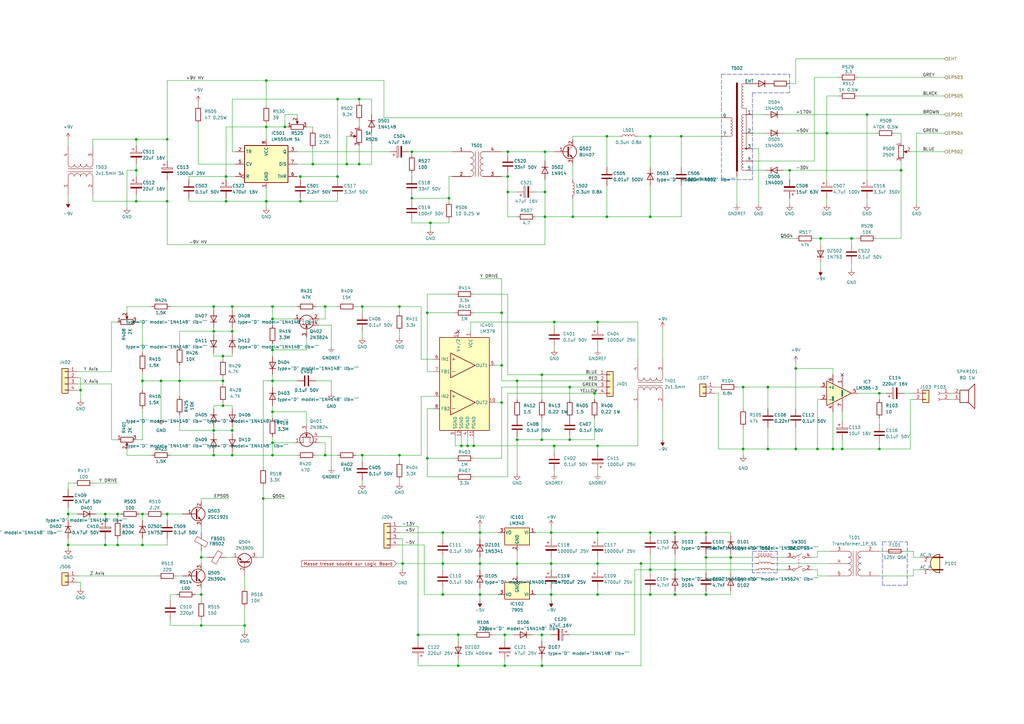
<source format=kicad_sch>
(kicad_sch (version 20211123) (generator eeschema)
  (paper "A3")
  (title_block (title "Vectrex Power Board") (date "2022-03-12") (rev "1.0") (comment 1 "or send a letter to Creative Commons, PO Box 1866, Mountain View, CA 94042, USA.") (comment 2 "To view a copy of this license, visit http://creativecommons.org/licenses/by-sa/4.0/") (comment 3 "Attribution-ShareAlike 4.0 International License.") (comment 4 "This work is licensed under the Creative Commons"))
  (lib_symbols
    (symbol "Connector:Conn_01x02_Female" (pin_names (offset 1.016) hide)
      (property "Reference" "J" (at 0 2.54 0))
      (property "Value" "Conn_01x02_Female" (at 0 -5.08 0))
      (symbol "Conn_01x02_Female_1_1"
        (pin passive line (at -5.08 0 0) (length 3.81) (name "Pin_1") (number "1"))
        (pin passive line (at -5.08 -2.54 0) (length 3.81) (name "Pin_2") (number "2"))
      )
    )
    (symbol "Connector:Conn_WallPlug" (pin_names (offset 0))
      (property "Reference" "P" (at -1.27 4.445 0))
      (property "Value" "Conn_WallPlug" (at -5.715 0 90))
      (symbol "Conn_WallPlug_1_1"
        (pin power_out line (at 5.08 2.54 180) (length 5.08) (name "AC_P") (number "1"))
        (pin power_out line (at 5.08 -2.54 180) (length 5.08) (name "AC_N") (number "2"))
      )
    )
    (symbol "Connector_Generic:Conn_01x02" (pin_names (offset 1.016) hide)
      (property "Reference" "J" (at 0 2.54 0))
      (property "Value" "Conn_01x02" (at 0 -5.08 0))
      (symbol "Conn_01x02_1_1"
        (pin passive line (at -5.08 0 0) (length 3.81) (name "Pin_1") (number "1"))
        (pin passive line (at -5.08 -2.54 0) (length 3.81) (name "Pin_2") (number "2"))
      )
    )
    (symbol "Connector_Generic:Conn_01x04" (pin_names (offset 1.016) hide)
      (property "Reference" "J" (at 0 5.08 0))
      (property "Value" "Conn_01x04" (at 0 -7.62 0))
      (symbol "Conn_01x04_1_1"
        (pin passive line (at -5.08 2.54 0) (length 3.81) (name "Pin_1") (number "1"))
        (pin passive line (at -5.08 0 0) (length 3.81) (name "Pin_2") (number "2"))
        (pin passive line (at -5.08 -2.54 0) (length 3.81) (name "Pin_3") (number "3"))
        (pin passive line (at -5.08 -5.08 0) (length 3.81) (name "Pin_4") (number "4"))
      )
    )
    (symbol "Device:C" (pin_numbers hide) (pin_names (offset 0.254))
      (property "Reference" "C" (at 0.635 2.54 0))
      (property "Value" "C" (at 0.635 -2.54 0))
      (symbol "C_1_1"
        (pin passive line (at 0 3.81 270) (length 2.794) (name "~") (number "1"))
        (pin passive line (at 0 -3.81 90) (length 2.794) (name "~") (number "2"))
      )
    )
    (symbol "Device:C_Polarized" (pin_numbers hide) (pin_names (offset 0.254))
      (property "Reference" "C" (at 0.635 2.54 0))
      (property "Value" "C_Polarized" (at 0.635 -2.54 0))
      (symbol "C_Polarized_1_1"
        (pin passive line (at 0 3.81 270) (length 2.794) (name "~") (number "1"))
        (pin passive line (at 0 -3.81 90) (length 2.794) (name "~") (number "2"))
      )
    )
    (symbol "Device:D_Zener" (pin_numbers hide) (pin_names (offset 1.016) hide)
      (property "Reference" "D" (at 0 2.54 0))
      (property "Value" "D_Zener" (at 0 -2.54 0))
      (symbol "D_Zener_1_1"
        (pin passive line (at -3.81 0 0) (length 2.54) (name "K") (number "1"))
        (pin passive line (at 3.81 0 180) (length 2.54) (name "A") (number "2"))
      )
    )
    (symbol "Device:FerriteBead" (pin_numbers hide) (pin_names (offset 0))
      (property "Reference" "FB" (at -3.81 0.635 90))
      (property "Value" "FerriteBead" (at 3.81 0 90))
      (symbol "FerriteBead_1_1"
        (pin passive line (at 0 3.81 270) (length 2.54) (name "~") (number "1"))
        (pin passive line (at 0 -3.81 90) (length 2.54) (name "~") (number "2"))
      )
    )
    (symbol "Device:Fuse" (pin_numbers hide) (pin_names (offset 0))
      (property "Reference" "F" (at 2.032 0 90))
      (property "Value" "Fuse" (at -1.905 0 90))
      (symbol "Fuse_1_1"
        (pin passive line (at 0 3.81 270) (length 1.27) (name "~") (number "1"))
        (pin passive line (at 0 -3.81 90) (length 1.27) (name "~") (number "2"))
      )
    )
    (symbol "Device:L" (pin_numbers hide) (pin_names (offset 1.016) hide)
      (property "Reference" "L" (at -1.27 0 90))
      (property "Value" "L" (at 1.905 0 90))
      (symbol "L_1_1"
        (pin passive line (at 0 3.81 270) (length 1.27) (name "1") (number "1"))
        (pin passive line (at 0 -3.81 90) (length 1.27) (name "2") (number "2"))
      )
    )
    (symbol "Device:Q_NPN_BCE" (pin_names (offset 0) hide)
      (property "Reference" "Q" (at 5.08 1.27 0))
      (property "Value" "Q_NPN_BCE" (at 5.08 -1.27 0))
      (symbol "Q_NPN_BCE_1_1"
        (pin input line (at -5.08 0 0) (length 5.715) (name "B") (number "1"))
        (pin passive line (at 2.54 5.08 270) (length 2.54) (name "C") (number "2"))
        (pin passive line (at 2.54 -5.08 90) (length 2.54) (name "E") (number "3"))
      )
    )
    (symbol "Device:R" (pin_numbers hide) (pin_names (offset 0))
      (property "Reference" "R" (at 2.032 0 90))
      (property "Value" "R" (at 0 0 90))
      (symbol "R_1_1"
        (pin passive line (at 0 3.81 270) (length 1.27) (name "~") (number "1"))
        (pin passive line (at 0 -3.81 90) (length 1.27) (name "~") (number "2"))
      )
    )
    (symbol "Device:R_Potentiometer" (pin_names (offset 1.016) hide)
      (property "Reference" "RV" (at -4.445 0 90))
      (property "Value" "R_Potentiometer" (at -2.54 0 90))
      (symbol "R_Potentiometer_1_1"
        (pin passive line (at 0 3.81 270) (length 1.27) (name "1") (number "1"))
        (pin passive line (at 3.81 0 180) (length 1.27) (name "2") (number "2"))
        (pin passive line (at 0 -3.81 90) (length 1.27) (name "3") (number "3"))
      )
    )
    (symbol "Device:Speaker" (pin_names (offset 0) hide)
      (property "Reference" "LS" (at 1.27 5.715 0))
      (property "Value" "Speaker" (at 1.27 3.81 0))
      (symbol "Speaker_1_1"
        (pin input line (at -5.08 0 0) (length 2.54) (name "1") (number "1"))
        (pin input line (at -5.08 -2.54 0) (length 2.54) (name "2") (number "2"))
      )
    )
    (symbol "Device:Transformer_1P_1S" (pin_names (offset 1.016) hide)
      (property "Reference" "T" (at 0 6.35 0))
      (property "Value" "Transformer_1P_1S" (at 0 -7.62 0))
      (symbol "Transformer_1P_1S_1_1"
        (pin passive line (at -10.16 5.08 0) (length 7.62) (name "AA") (number "1"))
        (pin passive line (at -10.16 -5.08 0) (length 7.62) (name "AB") (number "2"))
        (pin passive line (at 10.16 -5.08 180) (length 7.62) (name "SA") (number "3"))
        (pin passive line (at 10.16 5.08 180) (length 7.62) (name "SB") (number "4"))
      )
    )
    (symbol "Device:Transformer_1P_SS" (pin_names (offset 1.016) hide)
      (property "Reference" "T" (at 0 6.35 0))
      (property "Value" "Transformer_1P_SS" (at 0 -7.62 0))
      (symbol "Transformer_1P_SS_1_1"
        (pin passive line (at -10.16 5.08 0) (length 7.62) (name "AA") (number "1"))
        (pin passive line (at -10.16 -5.08 0) (length 7.62) (name "AB") (number "2"))
        (pin passive line (at 10.16 -5.08 180) (length 7.62) (name "SA") (number "3"))
        (pin passive line (at 10.16 0 180) (length 7.62) (name "SC") (number "4"))
        (pin passive line (at 10.16 5.08 180) (length 7.62) (name "SB") (number "5"))
      )
    )
    (symbol "Diode:1N4005" (pin_numbers hide) (pin_names (offset 1.016) hide)
      (property "Reference" "D" (at 0 2.54 0))
      (property "Value" "1N4005" (at 0 -2.54 0))
      (symbol "1N4005_1_1"
        (pin passive line (at -3.81 0 0) (length 2.54) (name "K") (number "1"))
        (pin passive line (at 3.81 0 180) (length 2.54) (name "A") (number "2"))
      )
    )
    (symbol "Diode:1N4148" (pin_numbers hide) (pin_names (offset 1.016) hide)
      (property "Reference" "D" (at 0 2.54 0))
      (property "Value" "1N4148" (at 0 -2.54 0))
      (symbol "1N4148_1_1"
        (pin passive line (at -3.81 0 0) (length 2.54) (name "K") (number "1"))
        (pin passive line (at 3.81 0 180) (length 2.54) (name "A") (number "2"))
      )
    )
    (symbol "Diode:1N914" (pin_numbers hide) (pin_names (offset 1.016) hide)
      (property "Reference" "D" (at 0 2.54 0))
      (property "Value" "1N914" (at 0 -2.54 0))
      (symbol "1N914_1_1"
        (pin passive line (at -3.81 0 0) (length 2.54) (name "K") (number "1"))
        (pin passive line (at 3.81 0 180) (length 2.54) (name "A") (number "2"))
      )
    )
    (symbol "Regulator_Linear:LM78M05_TO252" (pin_names (offset 0.254))
      (property "Reference" "U" (at -3.81 3.175 0))
      (property "Value" "LM78M05_TO252" (at 0 3.175 0))
      (symbol "LM78M05_TO252_1_1"
        (pin power_in line (at -7.62 0 0) (length 2.54) (name "VI") (number "1"))
        (pin power_in line (at 0 -7.62 90) (length 2.54) (name "GND") (number "2"))
        (pin power_out line (at 7.62 0 180) (length 2.54) (name "VO") (number "3"))
      )
    )
    (symbol "Simulation_SPICE:DIODE" (pin_numbers hide) (pin_names (offset 1.016) hide)
      (property "Reference" "D" (at 0 2.54 0))
      (property "Value" "DIODE" (at 0 -2.54 0))
      (symbol "DIODE_1_1"
        (pin passive line (at -3.81 0 0) (length 2.54) (name "A") (number "1"))
        (pin passive line (at 3.81 0 180) (length 2.54) (name "K") (number "2"))
      )
    )
    (symbol "Switch:SW_DPST" (pin_names (offset 0) hide)
      (property "Reference" "SW" (at 0 5.08 0))
      (property "Value" "SW_DPST" (at 0 -5.08 0))
      (symbol "SW_DPST_1_1"
        (pin passive line (at -5.08 -2.54 0) (length 2.54) (name "1") (number "1"))
        (pin passive line (at 5.08 -2.54 180) (length 2.54) (name "2") (number "2"))
        (pin passive line (at -5.08 2.54 0) (length 2.54) (name "3") (number "3"))
        (pin passive line (at 5.08 2.54 180) (length 2.54) (name "4") (number "4"))
      )
    )
    (symbol "Timer:LM555xM"
      (property "Reference" "U" (at -10.16 8.89 0))
      (property "Value" "LM555xM" (at 2.54 8.89 0))
      (symbol "LM555xM_0_0"
        (pin power_in line (at 0 -10.16 90) (length 2.54) (name "GND") (number "1"))
        (pin power_in line (at 0 10.16 270) (length 2.54) (name "VCC") (number "8"))
      )
      (symbol "LM555xM_1_1"
        (pin input line (at -12.7 5.08 0) (length 3.81) (name "TR") (number "2"))
        (pin output line (at 12.7 5.08 180) (length 3.81) (name "Q") (number "3"))
        (pin input inverted (at -12.7 -5.08 0) (length 3.81) (name "R") (number "4"))
        (pin input line (at -12.7 0 0) (length 3.81) (name "CV") (number "5"))
        (pin input line (at 12.7 -5.08 180) (length 3.81) (name "THR") (number "6"))
        (pin input line (at 12.7 0 180) (length 3.81) (name "DIS") (number "7"))
      )
    )
    (symbol "Transistor_BJT:2N3904" (pin_names (offset 0) hide)
      (property "Reference" "Q" (at 5.08 1.905 0))
      (property "Value" "2N3904" (at 5.08 0 0))
      (symbol "2N3904_1_1"
        (pin passive line (at 2.54 -5.08 90) (length 2.54) (name "E") (number "1"))
        (pin passive line (at -5.08 0 0) (length 5.715) (name "B") (number "2"))
        (pin passive line (at 2.54 5.08 270) (length 2.54) (name "C") (number "3"))
      )
    )
    (symbol "Transistor_BJT:2N3905" (pin_names (offset 0) hide)
      (property "Reference" "Q" (at 5.08 1.905 0))
      (property "Value" "2N3905" (at 5.08 0 0))
      (symbol "2N3905_1_1"
        (pin passive line (at 2.54 -5.08 90) (length 2.54) (name "E") (number "1"))
        (pin input line (at -5.08 0 0) (length 5.715) (name "B") (number "2"))
        (pin passive line (at 2.54 5.08 270) (length 2.54) (name "C") (number "3"))
      )
    )
    (symbol "Vectrex:2N3824" (pin_names hide)
      (property "Reference" "Q?" (at 5.08 1.2701 0))
      (property "Value" "2N3824" (at 5.08 -1.2699 0))
      (symbol "2N3824_1_1"
        (pin passive line (at 2.54 5.08 270) (length 2.54) (name "D") (number "1"))
        (pin passive line (at 2.54 -5.08 90) (length 2.54) (name "S") (number "2"))
        (pin input line (at -5.08 0 0) (length 2.54) (name "G") (number "3"))
        (pin passive line (at 0 -5.08 90) (length 2.54) (name "") (number "4"))
      )
    )
    (symbol "Vectrex:LM379"
      (property "Reference" "IC401" (at 10.16 27.94 0))
      (property "Value" "LM379" (at 10.16 25.4 0))
      (symbol "LM379_0_0"
        (text "" (at -4.191 10.414 0) (effects (font (size 1.27 1.27))))
        (text "" (at -2.413 -1.778 0) (effects (font (size 1.27 1.27))))
      )
      (symbol "LM379_1_1"
        (pin power_in line (at 2.54 21.59 270) (length 2.54) (name "VCC") (number "1"))
        (pin output line (at 12.7 -7.62 180) (length 2.54) (name "OUT2") (number "10"))
        (pin power_in line (at 3.81 -21.59 90) (length 2.54) (name "PGND") (number "11"))
        (pin power_in line (at -1.27 -21.59 90) (length 2.54) (name "SGND") (number "12"))
        (pin no_connect line (at 12.7 -1.27 180) (length 2.54) hide (name "NC") (number "13"))
        (pin power_in line (at -2.54 21.59 270) (length 2.54) (name "V+/2") (number "14"))
        (pin no_connect line (at 12.7 1.27 180) (length 2.54) hide (name "NC") (number "2"))
        (pin power_in line (at -3.81 -21.59 90) (length 2.54) (name "SGND") (number "3"))
        (pin power_in line (at 1.27 -21.59 90) (length 2.54) (name "PGND") (number "4"))
        (pin output line (at 12.7 7.62 180) (length 2.54) (name "OUT1") (number "5"))
        (pin input line (at -12.7 10.16 0) (length 2.54) (name "IN1") (number "6"))
        (pin input line (at -12.7 5.08 0) (length 2.54) (name "FB1") (number "7"))
        (pin input line (at -12.7 -10.16 0) (length 2.54) (name "FB2") (number "8"))
        (pin input line (at -12.7 -5.08 0) (length 2.54) (name "IN2") (number "9"))
      )
    )
    (symbol "Vectrex:LM386-3"
      (property "Reference" "IC?" (at 12.7 4.699 0))
      (property "Value" "LM386-3" (at 12.7 2.159 0))
      (symbol "LM386-3_1_1"
        (pin input line (at 2.54 7.62 270) (length 5.7) (name "GAIN") (number "1"))
        (pin input line (at -6.35 -2.54 0) (length 2.54) (name "-") (number "2"))
        (pin input line (at -6.35 2.54 0) (length 2.54) (name "+") (number "3"))
        (pin power_in line (at -1.27 -7.62 90) (length 3.81) (name "GND") (number "4"))
        (pin output line (at 8.89 0 180) (length 2.54) (name "~") (number "5"))
        (pin power_in line (at -1.27 7.62 270) (length 3.81) (name "V+") (number "6"))
        (pin input line (at 2.54 -7.62 90) (length 5.7) (name "BYPASS") (number "7"))
      )
    )
    (symbol "Vectrex:T102" (pin_numbers hide) (pin_names (offset 1.016) hide)
      (property "Reference" "T102" (at 0 6.35 0))
      (symbol "T102_1_1"
        (pin passive line (at -3.81 -2.54 0) (length 1.27) (name "1") (number "1"))
        (pin passive line (at -3.81 0 0) (length 1.27) (name "1") (number "1"))
        (pin passive line (at -3.81 2.54 0) (length 1.27) (name "1") (number "1"))
        (pin passive line (at 3.81 -2.54 180) (length 1.27) (name "2") (number "2"))
        (pin passive line (at 3.81 0 180) (length 1.27) (name "2") (number "2"))
        (pin passive line (at 3.81 2.54 180) (length 1.27) (name "2") (number "2"))
      )
    )
    (symbol "Vectrex:Transfo_CRT" (pin_numbers hide) (pin_names (offset 0))
      (property "Reference" "T502" (at 0 24.13 0))
      (symbol "Transfo_CRT_1_1"
        (pin power_in line (at 0 -20.32 90) (length 2.54) (name "") (number ""))
        (pin passive line (at 6.35 17.78 180) (length 2.54) (name "EHT") (number ""))
        (pin passive line (at 6.35 5.08 180) (length 2.54) (name "1") (number "1"))
        (pin passive line (at 6.35 -2.54 180) (length 2.54) (name "2") (number "2"))
        (pin passive line (at 6.35 -8.89 180) (length 2.54) (name "3") (number "3"))
        (pin passive line (at 6.35 -13.97 180) (length 2.54) (name "4") (number "4"))
        (pin passive line (at 6.35 -17.78 180) (length 2.54) (name "5") (number "5"))
        (pin passive line (at -6.35 3.81 0) (length 2.54) (name "6") (number "6"))
        (pin passive line (at -6.35 -3.81 0) (length 2.54) (name "7") (number "7"))
      )
    )
    (symbol "power:+5V" (power) (pin_names (offset 0))
      (property "Value" "+5V" (at 0 3.556 0))
      (symbol "+5V_1_1"
        (pin power_in line (at 0 0 90) (length 0) hide (name "+5V") (number "1"))
      )
    )
    (symbol "power:+9V" (power) (pin_names (offset 0))
      (property "Value" "+9V" (at 0 3.556 0))
      (symbol "+9V_1_1"
        (pin power_in line (at 0 0 90) (length 0) hide (name "+9V") (number "1"))
      )
    )
    (symbol "power:-5V" (power) (pin_names (offset 0))
      (property "Value" "-5V" (at 0 3.81 0))
      (symbol "-5V_0_0"
        (pin power_in line (at 0 0 90) (length 0) hide (name "-5V") (number "1"))
      )
    )
    (symbol "power:-9V" (power) (pin_names (offset 0))
      (property "Value" "-9V" (at 0 3.81 0))
      (symbol "-9V_1_1"
        (pin power_in line (at 0 0 90) (length 0) hide (name "-9V") (number "1"))
      )
    )
    (symbol "power:GND" (power) (pin_names (offset 0))
      (property "Value" "GND" (at 0 -3.81 0))
      (symbol "GND_1_1"
        (pin power_in line (at 0 0 270) (length 0) hide (name "GND") (number "1"))
      )
    )
    (symbol "power:GNDREF" (power) (pin_names (offset 0))
      (property "Value" "GNDREF" (at 0 -3.81 0))
      (symbol "GNDREF_1_1"
        (pin power_in line (at 0 0 270) (length 0) hide (name "GNDREF") (number "1"))
      )
    )
  )
  (bus_alias "Bus" (members "A0-A15;D0-D7"))
  (junction (at 248.92 55.88))
  (junction (at 248.92 88.9))
  (junction (at 314.96 184.15))
  (junction (at 165.1 231.14))
  (junction (at 95.25 125.73))
  (junction (at 208.28 78.74))
  (junction (at 304.8 184.15))
  (junction (at 266.7 55.88))
  (junction (at 245.11 132.08))
  (junction (at 92.71 72.39))
  (junction (at 66.04 156.21))
  (junction (at 245.11 243.84))
  (junction (at 100.33 256.54))
  (junction (at 95.25 186.69))
  (junction (at 339.09 54.61))
  (junction (at 95.25 176.53))
  (junction (at 82.55 243.84))
  (junction (at 187.96 273.05))
  (junction (at 276.86 233.68))
  (junction (at 175.26 187.96))
  (junction (at 68.58 57.15))
  (junction (at 138.43 40.64))
  (junction (at 266.7 218.44))
  (junction (at 87.63 176.53))
  (junction (at 95.25 135.89))
  (junction (at 345.44 184.15))
  (junction (at 109.22 33.02))
  (junction (at 111.76 130.81))
  (junction (at 181.61 243.84))
  (junction (at 82.55 256.54))
  (junction (at 227.33 132.08))
  (junction (at 226.06 218.44))
  (junction (at 73.66 156.21))
  (junction (at 262.89 231.14))
  (junction (at 107.95 204.47))
  (junction (at 304.8 158.75))
  (junction (at 349.25 97.79))
  (junction (at 55.88 57.15))
  (junction (at 299.72 228.6))
  (junction (at 326.39 184.15))
  (junction (at 355.6 46.99))
  (junction (at 87.63 186.69))
  (junction (at 212.09 156.21))
  (junction (at 226.06 243.84))
  (junction (at 58.42 156.21))
  (junction (at 128.27 67.31))
  (junction (at 187.96 260.35))
  (junction (at 189.23 182.88))
  (junction (at 87.63 125.73))
  (junction (at 196.85 231.14))
  (junction (at 133.35 186.69))
  (junction (at 289.56 243.84))
  (junction (at 208.28 72.39))
  (junction (at 191.77 182.88))
  (junction (at 142.24 67.31))
  (junction (at 212.09 180.34))
  (junction (at 266.7 233.68))
  (junction (at 181.61 218.44))
  (junction (at 55.88 82.55))
  (junction (at 123.19 82.55))
  (junction (at 147.32 67.31))
  (junction (at 289.56 218.44))
  (junction (at 92.71 82.55))
  (junction (at 205.74 165.1))
  (junction (at 207.01 260.35))
  (junction (at 68.58 82.55))
  (junction (at 68.58 210.82))
  (junction (at 133.35 125.73))
  (junction (at 175.26 128.27))
  (junction (at 48.26 210.82))
  (junction (at 168.91 62.23))
  (junction (at 336.55 97.79))
  (junction (at 245.11 231.14))
  (junction (at 48.26 223.52))
  (junction (at 326.39 151.13))
  (junction (at 43.18 223.52))
  (junction (at 245.11 218.44))
  (junction (at 212.09 231.14))
  (junction (at 223.52 88.9))
  (junction (at 234.95 88.9))
  (junction (at 289.56 228.6))
  (junction (at 163.83 125.73))
  (junction (at 243.84 161.29))
  (junction (at 360.68 184.15))
  (junction (at 87.63 135.89))
  (junction (at 111.76 186.69))
  (junction (at 163.83 186.69))
  (junction (at 109.22 82.55))
  (junction (at 58.42 210.82))
  (junction (at 266.7 243.84))
  (junction (at 314.96 158.75))
  (junction (at 233.68 158.75))
  (junction (at 276.86 218.44))
  (junction (at 222.25 260.35))
  (junction (at 91.44 156.21))
  (junction (at 208.28 62.23))
  (junction (at 226.06 231.14))
  (junction (at 109.22 52.07))
  (junction (at 33.02 160.02))
  (junction (at 91.44 146.05))
  (junction (at 168.91 81.28))
  (junction (at 222.25 273.05))
  (junction (at 147.32 40.64))
  (junction (at 27.94 210.82))
  (junction (at 205.74 149.86))
  (junction (at 369.57 69.85))
  (junction (at 171.45 260.35))
  (junction (at 148.59 125.73))
  (junction (at 123.19 72.39))
  (junction (at 176.53 91.44))
  (junction (at 223.52 62.23))
  (junction (at 222.25 153.67))
  (junction (at 233.68 180.34))
  (junction (at 111.76 143.51))
  (junction (at 138.43 72.39))
  (junction (at 82.55 228.6))
  (junction (at 227.33 182.88))
  (junction (at 207.01 273.05))
  (junction (at 194.31 182.88))
  (junction (at 116.84 52.07))
  (junction (at 196.85 218.44))
  (junction (at 223.52 78.74))
  (junction (at 222.25 180.34))
  (junction (at 323.85 69.85))
  (junction (at 245.11 182.88))
  (junction (at 205.74 128.27))
  (junction (at 360.68 161.29))
  (junction (at 335.28 184.15))
  (junction (at 196.85 243.84))
  (junction (at 43.18 210.82))
  (junction (at 111.76 156.21))
  (junction (at 266.7 88.9))
  (junction (at 111.76 125.73))
  (junction (at 111.76 181.61))
  (junction (at 91.44 166.37))
  (junction (at 111.76 168.91))
  (junction (at 181.61 231.14))
  (junction (at 58.42 223.52))
  (junction (at 55.88 69.85))
  (junction (at 148.59 186.69))
  (junction (at 276.86 243.84))
  (junction (at 184.15 81.28))
  (junction (at 27.94 223.52))
  (junction (at 279.4 55.88))
  (junction (at 341.63 184.15))
  (no_connect (at 187.96 135.89))
  (no_connect (at 345.44 153.67))
  (wire (pts (xy 233.68 260.35) (xy 260.35 260.35)))
  (wire (pts (xy 172.72 147.32) (xy 177.8 147.32)))
  (wire (pts (xy 58.42 180.34) (xy 58.42 167.64)))
  (wire (pts (xy 27.94 198.12) (xy 30.48 198.12)))
  (wire (pts (xy 279.4 55.88) (xy 295.91 55.88)))
  (wire (pts (xy 335.28 233.68) (xy 335.28 236.22)))
  (wire (pts (xy 175.26 187.96) (xy 175.26 195.58)))
  (wire (pts (xy 326.39 34.29) (xy 326.39 24.13)))
  (wire (pts (xy 171.45 273.05) (xy 187.96 273.05)))
  (wire (pts (xy 226.06 228.6) (xy 226.06 231.14)))
  (wire (pts (xy 208.28 161.29) (xy 243.84 161.29)))
  (wire (pts (xy 355.6 81.28) (xy 355.6 83.82)))
  (wire (pts (xy 266.7 218.44) (xy 276.86 218.44)))
  (wire (pts (xy 336.55 97.79) (xy 349.25 97.79)))
  (wire (pts (xy 369.57 66.04) (xy 369.57 69.85)))
  (wire (pts (xy 373.38 184.15) (xy 360.68 184.15)))
  (wire (pts (xy 262.89 273.05) (xy 222.25 273.05)))
  (wire (pts (xy 196.85 215.9) (xy 196.85 218.44)))
  (wire (pts (xy 82.55 228.6) (xy 82.55 231.14)))
  (wire (pts (xy 87.63 175.26) (xy 87.63 176.53)))
  (wire (pts (xy 355.6 46.99) (xy 355.6 73.66)))
  (wire (pts (xy 87.63 176.53) (xy 87.63 177.8)))
  (wire (pts (xy 130.81 130.81) (xy 133.35 130.81)))
  (polyline (pts (xy 372.11 240.03) (xy 361.95 240.03)))
  (wire (pts (xy 212.09 180.34) (xy 222.25 180.34)))
  (wire (pts (xy 38.1 57.15) (xy 38.1 59.69)))
  (wire (pts (xy 111.76 143.51) (xy 111.76 146.05)))
  (wire (pts (xy 248.92 88.9) (xy 234.95 88.9)))
  (wire (pts (xy 48.26 210.82) (xy 48.26 213.36)))
  (wire (pts (xy 172.72 125.73) (xy 172.72 147.32)))
  (wire (pts (xy 111.76 156.21) (xy 121.92 156.21)))
  (wire (pts (xy 205.74 128.27) (xy 205.74 149.86)))
  (wire (pts (xy 130.81 133.35) (xy 135.89 133.35)))
  (wire (pts (xy 33.02 160.02) (xy 33.02 163.83)))
  (wire (pts (xy 175.26 128.27) (xy 175.26 120.65)))
  (wire (pts (xy 208.28 195.58) (xy 208.28 161.29)))
  (wire (pts (xy 276.86 233.68) (xy 276.86 234.95)))
  (wire (pts (xy 196.85 231.14) (xy 212.09 231.14)))
  (wire (pts (xy 111.76 125.73) (xy 111.76 130.81)))
  (wire (pts (xy 68.58 210.82) (xy 74.93 210.82)))
  (wire (pts (xy 363.22 161.29) (xy 360.68 161.29)))
  (wire (pts (xy 175.26 195.58) (xy 186.69 195.58)))
  (wire (pts (xy 245.11 231.14) (xy 245.11 228.6)))
  (wire (pts (xy 245.11 243.84) (xy 266.7 243.84)))
  (wire (pts (xy 222.25 153.67) (xy 222.25 163.83)))
  (wire (pts (xy 82.55 205.74) (xy 82.55 204.47)))
  (wire (pts (xy 304.8 158.75) (xy 304.8 167.64)))
  (wire (pts (xy 222.25 180.34) (xy 233.68 180.34)))
  (wire (pts (xy 314.96 184.15) (xy 326.39 184.15)))
  (wire (pts (xy 55.88 180.34) (xy 58.42 180.34)))
  (wire (pts (xy 294.64 184.15) (xy 304.8 184.15)))
  (wire (pts (xy 177.8 152.4) (xy 175.26 152.4)))
  (wire (pts (xy 91.44 156.21) (xy 73.66 156.21)))
  (wire (pts (xy 173.99 243.84) (xy 181.61 243.84)))
  (wire (pts (xy 58.42 220.98) (xy 58.42 223.52)))
  (wire (pts (xy 87.63 186.69) (xy 95.25 186.69)))
  (wire (pts (xy 73.66 135.89) (xy 87.63 135.89)))
  (wire (pts (xy 95.25 175.26) (xy 95.25 176.53)))
  (wire (pts (xy 91.44 165.1) (xy 91.44 166.37)))
  (wire (pts (xy 233.68 158.75) (xy 233.68 163.83)))
  (wire (pts (xy 212.09 231.14) (xy 226.06 231.14)))
  (wire (pts (xy 130.81 179.07) (xy 135.89 179.07)))
  (wire (pts (xy 208.28 78.74) (xy 212.09 78.74)))
  (wire (pts (xy 243.84 161.29) (xy 245.11 161.29)))
  (wire (pts (xy 302.26 83.82) (xy 302.26 72.39)))
  (wire (pts (xy 212.09 156.21) (xy 245.11 156.21)))
  (wire (pts (xy 208.28 62.23) (xy 223.52 62.23)))
  (wire (pts (xy 148.59 186.69) (xy 148.59 189.23)))
  (wire (pts (xy 234.95 81.28) (xy 234.95 88.9)))
  (wire (pts (xy 72.39 236.22) (xy 74.93 236.22)))
  (wire (pts (xy 31.75 152.4) (xy 45.72 152.4)))
  (wire (pts (xy 55.88 59.69) (xy 55.88 57.15)))
  (wire (pts (xy 219.71 78.74) (xy 223.52 78.74)))
  (wire (pts (xy 109.22 33.02) (xy 157.48 33.02)))
  (wire (pts (xy 219.71 88.9) (xy 223.52 88.9)))
  (wire (pts (xy 360.68 161.29) (xy 360.68 163.83)))
  (wire (pts (xy 67.31 210.82) (xy 68.58 210.82)))
  (wire (pts (xy 223.52 62.23) (xy 223.52 66.04)))
  (wire (pts (xy 299.72 243.84) (xy 299.72 242.57)))
  (wire (pts (xy 82.55 228.6) (xy 85.09 228.6)))
  (wire (pts (xy 194.31 260.35) (xy 187.96 260.35)))
  (wire (pts (xy 143.51 55.88) (xy 142.24 55.88)))
  (wire (pts (xy 311.15 83.82) (xy 311.15 60.96)))
  (wire (pts (xy 339.09 54.61) (xy 339.09 39.37)))
  (wire (pts (xy 196.85 218.44) (xy 204.47 218.44)))
  (wire (pts (xy 130.81 181.61) (xy 133.35 181.61)))
  (wire (pts (xy 168.91 90.17) (xy 168.91 91.44)))
  (wire (pts (xy 181.61 241.3) (xy 181.61 243.84)))
  (wire (pts (xy 314.96 175.26) (xy 314.96 184.15)))
  (wire (pts (xy 205.74 187.96) (xy 205.74 165.1)))
  (wire (pts (xy 359.41 97.79) (xy 369.57 97.79)))
  (wire (pts (xy 111.76 153.67) (xy 111.76 156.21)))
  (wire (pts (xy 226.06 231.14) (xy 245.11 231.14)))
  (wire (pts (xy 92.71 228.6) (xy 95.25 228.6)))
  (wire (pts (xy 374.65 226.06) (xy 370.84 226.06)))
  (wire (pts (xy 147.32 49.53) (xy 147.32 52.07)))
  (wire (pts (xy 142.24 67.31) (xy 128.27 67.31)))
  (wire (pts (xy 163.83 196.85) (xy 163.83 198.12)))
  (wire (pts (xy 304.8 184.15) (xy 304.8 186.69)))
  (wire (pts (xy 45.72 132.08) (xy 45.72 152.4)))
  (wire (pts (xy 109.22 52.07) (xy 116.84 52.07)))
  (wire (pts (xy 260.35 233.68) (xy 260.35 260.35)))
  (wire (pts (xy 69.85 254) (xy 69.85 256.54)))
  (wire (pts (xy 175.26 152.4) (xy 175.26 128.27)))
  (wire (pts (xy 31.75 238.76) (xy 33.02 238.76)))
  (wire (pts (xy 248.92 55.88) (xy 248.92 68.58)))
  (wire (pts (xy 52.07 186.69) (xy 62.23 186.69)))
  (wire (pts (xy 339.09 81.28) (xy 339.09 83.82)))
  (wire (pts (xy 27.94 223.52) (xy 27.94 224.79)))
  (wire (pts (xy 334.01 97.79) (xy 336.55 97.79)))
  (wire (pts (xy 374.65 163.83) (xy 373.38 163.83)))
  (wire (pts (xy 234.95 55.88) (xy 248.92 55.88)))
  (wire (pts (xy 194.31 128.27) (xy 205.74 128.27)))
  (wire (pts (xy 135.89 156.21) (xy 135.89 161.29)))
  (wire (pts (xy 262.89 231.14) (xy 262.89 273.05)))
  (wire (pts (xy 107.95 228.6) (xy 105.41 228.6)))
  (wire (pts (xy 207.01 273.05) (xy 222.25 273.05)))
  (wire (pts (xy 38.1 82.55) (xy 55.88 82.55)))
  (wire (pts (xy 289.56 228.6) (xy 289.56 227.33)))
  (wire (pts (xy 293.37 158.75) (xy 294.64 158.75)))
  (wire (pts (xy 92.71 52.07) (xy 109.22 52.07)))
  (wire (pts (xy 27.94 59.69) (xy 27.94 57.15)))
  (wire (pts (xy 266.7 242.57) (xy 266.7 243.84)))
  (wire (pts (xy 100.33 236.22) (xy 100.33 241.3)))
  (wire (pts (xy 177.8 162.56) (xy 172.72 162.56)))
  (wire (pts (xy 43.18 210.82) (xy 43.18 213.36)))
  (wire (pts (xy 148.59 135.89) (xy 148.59 138.43)))
  (wire (pts (xy 165.1 231.14) (xy 165.1 233.68)))
  (wire (pts (xy 308.61 69.85) (xy 313.69 69.85)))
  (wire (pts (xy 299.72 228.6) (xy 299.72 227.33)))
  (wire (pts (xy 123.19 72.39) (xy 138.43 72.39)))
  (wire (pts (xy 55.88 132.08) (xy 58.42 132.08)))
  (wire (pts (xy 196.85 231.14) (xy 181.61 231.14)))
  (wire (pts (xy 52.07 184.15) (xy 52.07 186.69)))
  (wire (pts (xy 189.23 179.07) (xy 189.23 182.88)))
  (wire (pts (xy 289.56 218.44) (xy 289.56 219.71)))
  (wire (pts (xy 289.56 228.6) (xy 289.56 234.95)))
  (wire (pts (xy 279.4 76.2) (xy 279.4 88.9)))
  (wire (pts (xy 171.45 262.89) (xy 171.45 260.35)))
  (wire (pts (xy 293.37 161.29) (xy 294.64 161.29)))
  (wire (pts (xy 111.76 125.73) (xy 121.92 125.73)))
  (wire (pts (xy 227.33 132.08) (xy 245.11 132.08)))
  (wire (pts (xy 133.35 130.81) (xy 133.35 125.73)))
  (wire (pts (xy 194.31 195.58) (xy 208.28 195.58)))
  (wire (pts (xy 276.86 243.84) (xy 289.56 243.84)))
  (wire (pts (xy 233.68 179.07) (xy 233.68 180.34)))
  (wire (pts (xy 332.74 228.6) (xy 335.28 228.6)))
  (wire (pts (xy 111.76 156.21) (xy 107.95 156.21)))
  (wire (pts (xy 55.88 82.55) (xy 68.58 82.55)))
  (wire (pts (xy 208.28 71.12) (xy 208.28 72.39)))
  (wire (pts (xy 326.39 184.15) (xy 326.39 175.26)))
  (polyline (pts (xy 295.91 30.48) (xy 323.85 30.48)))
  (wire (pts (xy 226.06 243.84) (xy 226.06 241.3)))
  (wire (pts (xy 208.28 88.9) (xy 212.09 88.9)))
  (wire (pts (xy 152.4 54.61) (xy 152.4 67.31)))
  (wire (pts (xy 299.72 218.44) (xy 289.56 218.44)))
  (wire (pts (xy 33.02 238.76) (xy 33.02 241.3)))
  (wire (pts (xy 109.22 50.8) (xy 109.22 52.07)))
  (wire (pts (xy 234.95 57.15) (xy 234.95 55.88)))
  (wire (pts (xy 58.42 210.82) (xy 59.69 210.82)))
  (wire (pts (xy 175.26 128.27) (xy 186.69 128.27)))
  (wire (pts (xy 58.42 132.08) (xy 58.42 144.78)))
  (wire (pts (xy 304.8 184.15) (xy 314.96 184.15)))
  (wire (pts (xy 111.76 168.91) (xy 111.76 171.45)))
  (wire (pts (xy 173.99 223.52) (xy 163.83 223.52)))
  (wire (pts (xy 311.15 60.96) (xy 308.61 60.96)))
  (wire (pts (xy 48.26 223.52) (xy 58.42 223.52)))
  (wire (pts (xy 171.45 215.9) (xy 171.45 260.35)))
  (wire (pts (xy 317.5 228.6) (xy 322.58 228.6)))
  (wire (pts (xy 326.39 151.13) (xy 326.39 167.64)))
  (wire (pts (xy 91.44 154.94) (xy 91.44 156.21)))
  (wire (pts (xy 339.09 54.61) (xy 339.09 73.66)))
  (wire (pts (xy 81.28 67.31) (xy 81.28 50.8)))
  (wire (pts (xy 82.55 204.47) (xy 93.98 204.47)))
  (wire (pts (xy 245.11 231.14) (xy 245.11 233.68)))
  (wire (pts (xy 95.25 166.37) (xy 95.25 167.64)))
  (wire (pts (xy 96.52 62.23) (xy 95.25 62.23)))
  (wire (pts (xy 276.86 218.44) (xy 276.86 219.71)))
  (wire (pts (xy 345.44 172.72) (xy 345.44 168.91)))
  (wire (pts (xy 111.76 179.07) (xy 111.76 181.61)))
  (wire (pts (xy 111.76 181.61) (xy 111.76 186.69)))
  (wire (pts (xy 223.52 88.9) (xy 223.52 78.74)))
  (wire (pts (xy 245.11 182.88) (xy 261.62 182.88)))
  (wire (pts (xy 27.94 210.82) (xy 27.94 213.36)))
  (wire (pts (xy 87.63 166.37) (xy 91.44 166.37)))
  (wire (pts (xy 148.59 186.69) (xy 163.83 186.69)))
  (wire (pts (xy 326.39 24.13) (xy 387.35 24.13)))
  (wire (pts (xy 181.61 218.44) (xy 196.85 218.44)))
  (wire (pts (xy 31.75 160.02) (xy 33.02 160.02)))
  (wire (pts (xy 279.4 88.9) (xy 266.7 88.9)))
  (wire (pts (xy 77.47 72.39) (xy 77.47 73.66)))
  (wire (pts (xy 43.18 223.52) (xy 48.26 223.52)))
  (wire (pts (xy 389.89 163.83) (xy 391.16 163.83)))
  (wire (pts (xy 69.85 256.54) (xy 82.55 256.54)))
  (wire (pts (xy 111.76 130.81) (xy 120.65 130.81)))
  (wire (pts (xy 107.95 156.21) (xy 107.95 191.77)))
  (wire (pts (xy 69.85 243.84) (xy 72.39 243.84)))
  (wire (pts (xy 57.15 210.82) (xy 58.42 210.82)))
  (wire (pts (xy 95.25 135.89) (xy 95.25 137.16)))
  (wire (pts (xy 111.76 186.69) (xy 121.92 186.69)))
  (wire (pts (xy 245.11 132.08) (xy 261.62 132.08)))
  (wire (pts (xy 111.76 143.51) (xy 125.73 143.51)))
  (wire (pts (xy 326.39 148.59) (xy 326.39 151.13)))
  (wire (pts (xy 226.06 218.44) (xy 245.11 218.44)))
  (wire (pts (xy 133.35 186.69) (xy 138.43 186.69)))
  (wire (pts (xy 138.43 40.64) (xy 138.43 72.39)))
  (wire (pts (xy 389.89 161.29) (xy 391.16 161.29)))
  (polyline (pts (xy 323.85 30.48) (xy 323.85 38.1)))
  (wire (pts (xy 138.43 81.28) (xy 138.43 82.55)))
  (wire (pts (xy 276.86 233.68) (xy 266.7 233.68)))
  (wire (pts (xy 299.72 228.6) (xy 289.56 228.6)))
  (wire (pts (xy 128.27 60.96) (xy 128.27 67.31)))
  (wire (pts (xy 222.25 153.67) (xy 245.11 153.67)))
  (wire (pts (xy 185.42 72.39) (xy 184.15 72.39)))
  (wire (pts (xy 43.18 223.52) (xy 43.18 220.98)))
  (wire (pts (xy 314.96 158.75) (xy 304.8 158.75)))
  (wire (pts (xy 123.19 72.39) (xy 123.19 73.66)))
  (wire (pts (xy 91.44 166.37) (xy 95.25 166.37)))
  (wire (pts (xy 68.58 57.15) (xy 68.58 33.02)))
  (wire (pts (xy 87.63 125.73) (xy 95.25 125.73)))
  (wire (pts (xy 373.38 163.83) (xy 373.38 184.15)))
  (wire (pts (xy 92.71 72.39) (xy 77.47 72.39)))
  (wire (pts (xy 175.26 120.65) (xy 186.69 120.65)))
  (wire (pts (xy 245.11 141.986) (xy 245.11 143.51)))
  (wire (pts (xy 205.74 114.3) (xy 205.74 128.27)))
  (wire (pts (xy 55.88 57.15) (xy 68.58 57.15)))
  (wire (pts (xy 69.85 125.73) (xy 87.63 125.73)))
  (wire (pts (xy 349.25 97.79) (xy 351.79 97.79)))
  (wire (pts (xy 212.09 226.06) (xy 212.09 231.14)))
  (wire (pts (xy 243.84 180.34) (xy 243.84 171.45)))
  (wire (pts (xy 92.71 81.28) (xy 92.71 82.55)))
  (wire (pts (xy 341.63 153.67) (xy 341.63 151.13)))
  (wire (pts (xy 87.63 144.78) (xy 87.63 146.05)))
  (wire (pts (xy 123.19 82.55) (xy 109.22 82.55)))
  (wire (pts (xy 233.68 158.75) (xy 245.11 158.75)))
  (wire (pts (xy 45.72 180.34) (xy 48.26 180.34)))
  (wire (pts (xy 223.52 100.33) (xy 223.52 88.9)))
  (wire (pts (xy 107.95 204.47) (xy 116.84 204.47)))
  (wire (pts (xy 147.32 41.91) (xy 147.32 40.64)))
  (wire (pts (xy 111.76 168.91) (xy 125.73 168.91)))
  (wire (pts (xy 163.83 218.44) (xy 181.61 218.44)))
  (wire (pts (xy 68.58 33.02) (xy 109.22 33.02)))
  (wire (pts (xy 349.25 97.79) (xy 349.25 100.33)))
  (wire (pts (xy 152.4 67.31) (xy 147.32 67.31)))
  (wire (pts (xy 171.45 270.51) (xy 171.45 273.05)))
  (wire (pts (xy 341.63 151.13) (xy 326.39 151.13)))
  (wire (pts (xy 208.28 62.23) (xy 208.28 63.5)))
  (wire (pts (xy 135.89 133.35) (xy 135.89 142.24)))
  (wire (pts (xy 266.7 233.68) (xy 260.35 233.68)))
  (wire (pts (xy 360.68 171.45) (xy 360.68 173.99)))
  (wire (pts (xy 321.31 46.99) (xy 355.6 46.99)))
  (wire (pts (xy 68.58 100.33) (xy 223.52 100.33)))
  (wire (pts (xy 52.07 125.73) (xy 62.23 125.73)))
  (wire (pts (xy 191.77 182.88) (xy 194.31 182.88)))
  (wire (pts (xy 147.32 67.31) (xy 142.24 67.31)))
  (wire (pts (xy 332.74 233.68) (xy 335.28 233.68)))
  (polyline (pts (xy 323.85 38.1) (xy 308.61 38.1)))
  (wire (pts (xy 335.28 226.06) (xy 340.36 226.06)))
  (wire (pts (xy 243.84 161.29) (xy 243.84 163.83)))
  (wire (pts (xy 196.85 218.44) (xy 196.85 220.98)))
  (wire (pts (xy 168.91 81.28) (xy 168.91 82.55)))
  (wire (pts (xy 367.03 54.61) (xy 369.57 54.61)))
  (wire (pts (xy 87.63 185.42) (xy 87.63 186.69)))
  (wire (pts (xy 223.52 78.74) (xy 223.52 73.66)))
  (wire (pts (xy 279.4 55.88) (xy 279.4 68.58)))
  (wire (pts (xy 335.28 236.22) (xy 340.36 236.22)))
  (wire (pts (xy 168.91 81.28) (xy 184.15 81.28)))
  (wire (pts (xy 223.52 62.23) (xy 227.33 62.23)))
  (wire (pts (xy 196.85 243.84) (xy 196.85 246.38)))
  (wire (pts (xy 27.94 210.82) (xy 31.75 210.82)))
  (wire (pts (xy 219.71 243.84) (xy 226.06 243.84)))
  (wire (pts (xy 261.62 55.88) (xy 266.7 55.88)))
  (wire (pts (xy 194.31 120.65) (xy 208.28 120.65)))
  (wire (pts (xy 245.11 241.3) (xy 245.11 243.84)))
  (wire (pts (xy 339.09 39.37) (xy 344.17 39.37)))
  (wire (pts (xy 165.1 231.14) (xy 181.61 231.14)))
  (wire (pts (xy 184.15 90.17) (xy 184.15 91.44)))
  (wire (pts (xy 226.06 231.14) (xy 226.06 233.68)))
  (wire (pts (xy 248.92 55.88) (xy 254 55.88)))
  (wire (pts (xy 27.94 208.28) (xy 27.94 210.82)))
  (wire (pts (xy 111.76 140.97) (xy 111.76 143.51)))
  (wire (pts (xy 100.33 256.54) (xy 100.33 259.08)))
  (wire (pts (xy 373.38 62.23) (xy 387.35 62.23)))
  (wire (pts (xy 219.71 218.44) (xy 226.06 218.44)))
  (wire (pts (xy 208.28 72.39) (xy 208.28 78.74)))
  (wire (pts (xy 91.44 146.05) (xy 95.25 146.05)))
  (wire (pts (xy 128.27 52.07) (xy 128.27 53.34)))
  (wire (pts (xy 148.59 196.85) (xy 148.59 198.12)))
  (wire (pts (xy 308.61 46.99) (xy 313.69 46.99)))
  (polyline (pts (xy 318.77 226.06) (xy 318.77 234.95)))
  (wire (pts (xy 95.25 40.64) (xy 138.43 40.64)))
  (polyline (pts (xy 372.11 222.25) (xy 372.11 240.03)))
  (wire (pts (xy 299.72 219.71) (xy 299.72 218.44)))
  (wire (pts (xy 207.01 270.51) (xy 207.01 273.05)))
  (wire (pts (xy 261.62 132.08) (xy 261.62 147.32)))
  (wire (pts (xy 320.04 97.79) (xy 326.39 97.79)))
  (wire (pts (xy 245.11 218.44) (xy 266.7 218.44)))
  (wire (pts (xy 335.28 163.83) (xy 336.55 163.83)))
  (wire (pts (xy 207.01 260.35) (xy 210.82 260.35)))
  (wire (pts (xy 375.92 54.61) (xy 387.35 54.61)))
  (wire (pts (xy 205.74 165.1) (xy 205.74 158.75)))
  (wire (pts (xy 81.28 67.31) (xy 96.52 67.31)))
  (wire (pts (xy 82.55 226.06) (xy 82.55 228.6)))
  (wire (pts (xy 218.44 260.35) (xy 222.25 260.35)))
  (wire (pts (xy 226.06 243.84) (xy 226.06 246.38)))
  (wire (pts (xy 227.33 193.04) (xy 227.33 194.31)))
  (wire (pts (xy 157.48 33.02) (xy 157.48 48.26)))
  (wire (pts (xy 175.26 167.64) (xy 175.26 187.96)))
  (wire (pts (xy 133.35 125.73) (xy 138.43 125.73)))
  (wire (pts (xy 317.5 233.68) (xy 322.58 233.68)))
  (wire (pts (xy 92.71 72.39) (xy 96.52 72.39)))
  (wire (pts (xy 87.63 134.62) (xy 87.63 135.89)))
  (wire (pts (xy 109.22 82.55) (xy 109.22 85.09)))
  (wire (pts (xy 82.55 241.3) (xy 82.55 243.84)))
  (polyline (pts (xy 308.61 226.06) (xy 318.77 226.06)))
  (wire (pts (xy 181.61 231.14) (xy 181.61 233.68)))
  (wire (pts (xy 374.65 228.6) (xy 374.65 226.06)))
  (wire (pts (xy 68.58 57.15) (xy 68.58 66.04)))
  (wire (pts (xy 125.73 143.51) (xy 125.73 138.43)))
  (wire (pts (xy 345.44 180.34) (xy 345.44 184.15)))
  (wire (pts (xy 222.25 260.35) (xy 226.06 260.35)))
  (wire (pts (xy 168.91 91.44) (xy 176.53 91.44)))
  (wire (pts (xy 208.28 72.39) (xy 205.74 72.39)))
  (wire (pts (xy 87.63 127) (xy 87.63 125.73)))
  (wire (pts (xy 194.31 179.07) (xy 194.31 182.88)))
  (wire (pts (xy 172.72 162.56) (xy 172.72 186.69)))
  (wire (pts (xy 370.84 161.29) (xy 374.65 161.29)))
  (wire (pts (xy 95.25 125.73) (xy 111.76 125.73)))
  (wire (pts (xy 107.95 204.47) (xy 107.95 228.6)))
  (wire (pts (xy 336.55 97.79) (xy 336.55 100.33)))
  (polyline (pts (xy 318.77 234.95) (xy 308.61 234.95)))
  (wire (pts (xy 222.25 273.05) (xy 222.25 270.51)))
  (wire (pts (xy 187.96 270.51) (xy 187.96 273.05)))
  (wire (pts (xy 212.09 179.07) (xy 212.09 180.34)))
  (polyline (pts (xy 361.95 240.03) (xy 361.95 222.25)))
  (wire (pts (xy 262.89 231.14) (xy 309.88 231.14)))
  (wire (pts (xy 222.25 171.45) (xy 222.25 180.34)))
  (wire (pts (xy 109.22 82.55) (xy 92.71 82.55)))
  (wire (pts (xy 266.7 243.84) (xy 276.86 243.84)))
  (wire (pts (xy 341.63 184.15) (xy 335.28 184.15)))
  (polyline (pts (xy 308.61 38.1) (xy 308.61 73.66)))
  (wire (pts (xy 162.56 231.14) (xy 165.1 231.14)))
  (wire (pts (xy 345.44 184.15) (xy 341.63 184.15)))
  (polyline (pts (xy 361.95 222.25) (xy 372.11 222.25)))
  (wire (pts (xy 95.25 146.05) (xy 95.25 144.78)))
  (wire (pts (xy 111.76 181.61) (xy 120.65 181.61)))
  (wire (pts (xy 184.15 81.28) (xy 184.15 82.55)))
  (wire (pts (xy 168.91 62.23) (xy 185.42 62.23)))
  (wire (pts (xy 314.96 158.75) (xy 314.96 167.64)))
  (wire (pts (xy 205.74 156.21) (xy 212.09 156.21)))
  (wire (pts (xy 191.77 179.07) (xy 191.77 182.88)))
  (wire (pts (xy 48.26 132.08) (xy 45.72 132.08)))
  (wire (pts (xy 201.93 260.35) (xy 207.01 260.35)))
  (wire (pts (xy 58.42 156.21) (xy 66.04 156.21)))
  (wire (pts (xy 107.95 199.39) (xy 107.95 204.47)))
  (wire (pts (xy 227.33 132.08) (xy 227.33 134.366)))
  (wire (pts (xy 95.25 186.69) (xy 111.76 186.69)))
  (wire (pts (xy 43.18 210.82) (xy 48.26 210.82)))
  (wire (pts (xy 87.63 176.53) (xy 95.25 176.53)))
  (wire (pts (xy 304.8 175.26) (xy 304.8 184.15)))
  (wire (pts (xy 129.54 156.21) (xy 135.89 156.21)))
  (wire (pts (xy 176.53 91.44) (xy 184.15 91.44)))
  (wire (pts (xy 58.42 210.82) (xy 58.42 213.36)))
  (wire (pts (xy 323.85 81.28) (xy 323.85 83.82)))
  (wire (pts (xy 302.26 158.75) (xy 304.8 158.75)))
  (wire (pts (xy 69.85 246.38) (xy 69.85 243.84)))
  (wire (pts (xy 335.28 228.6) (xy 335.28 226.06)))
  (wire (pts (xy 351.79 31.75) (xy 387.35 31.75)))
  (wire (pts (xy 163.83 215.9) (xy 171.45 215.9)))
  (wire (pts (xy 245.11 193.04) (xy 245.11 194.31)))
  (wire (pts (xy 58.42 152.4) (xy 58.42 156.21)))
  (wire (pts (xy 73.66 156.21) (xy 73.66 162.56)))
  (wire (pts (xy 323.85 34.29) (xy 326.39 34.29)))
  (wire (pts (xy 207.01 260.35) (xy 207.01 262.89)))
  (wire (pts (xy 68.58 82.55) (xy 68.58 100.33)))
  (wire (pts (xy 227.33 141.986) (xy 227.33 143.256)))
  (wire (pts (xy 360.68 181.61) (xy 360.68 184.15)))
  (wire (pts (xy 123.19 81.28) (xy 123.19 82.55)))
  (wire (pts (xy 334.01 31.75) (xy 344.17 31.75)))
  (wire (pts (xy 55.88 67.31) (xy 55.88 69.85)))
  (wire (pts (xy 226.06 218.44) (xy 226.06 220.98)))
  (wire (pts (xy 212.09 156.21) (xy 212.09 163.83)))
  (wire (pts (xy 196.85 114.3) (xy 205.74 114.3)))
  (wire (pts (xy 308.61 66.04) (xy 334.01 66.04)))
  (wire (pts (xy 194.31 187.96) (xy 205.74 187.96)))
  (wire (pts (xy 205.74 149.86) (xy 205.74 156.21)))
  (wire (pts (xy 227.33 182.88) (xy 227.33 185.42)))
  (wire (pts (xy 92.71 72.39) (xy 92.71 52.07)))
  (wire (pts (xy 92.71 82.55) (xy 77.47 82.55)))
  (wire (pts (xy 248.92 76.2) (xy 248.92 88.9)))
  (wire (pts (xy 309.88 228.6) (xy 299.72 228.6)))
  (wire (pts (xy 245.11 132.08) (xy 245.11 134.366)))
  (wire (pts (xy 163.83 186.69) (xy 172.72 186.69)))
  (wire (pts (xy 138.43 72.39) (xy 138.43 73.66)))
  (wire (pts (xy 271.78 134.62) (xy 271.78 147.32)))
  (wire (pts (xy 335.28 184.15) (xy 335.28 163.83)))
  (wire (pts (xy 196.85 231.14) (xy 196.85 233.68)))
  (polyline (pts (xy 295.91 30.48) (xy 295.91 73.66)))
  (wire (pts (xy 196.85 228.6) (xy 196.85 231.14)))
  (wire (pts (xy 91.44 146.05) (xy 91.44 147.32)))
  (wire (pts (xy 289.56 218.44) (xy 276.86 218.44)))
  (wire (pts (xy 212.09 231.14) (xy 212.09 236.22)))
  (wire (pts (xy 212.09 180.34) (xy 212.09 194.31)))
  (wire (pts (xy 355.6 46.99) (xy 387.35 46.99)))
  (wire (pts (xy 233.68 180.34) (xy 243.84 180.34)))
  (wire (pts (xy 38.1 80.01) (xy 38.1 82.55)))
  (wire (pts (xy 369.57 69.85) (xy 369.57 97.79)))
  (wire (pts (xy 341.63 168.91) (xy 341.63 184.15)))
  (wire (pts (xy 176.53 91.44) (xy 176.53 93.98)))
  (wire (pts (xy 345.44 184.15) (xy 360.68 184.15)))
  (wire (pts (xy 335.28 184.15) (xy 326.39 184.15)))
  (wire (pts (xy 31.75 157.48) (xy 45.72 157.48)))
  (wire (pts (xy 121.92 48.26) (xy 121.92 46.99)))
  (wire (pts (xy 148.59 125.73) (xy 148.59 128.27)))
  (wire (pts (xy 138.43 82.55) (xy 123.19 82.55)))
  (wire (pts (xy 147.32 59.69) (xy 147.32 67.31)))
  (wire (pts (xy 135.89 179.07) (xy 135.89 191.77)))
  (wire (pts (xy 31.75 154.94) (xy 33.02 154.94)))
  (wire (pts (xy 171.45 260.35) (xy 187.96 260.35)))
  (wire (pts (xy 245.11 231.14) (xy 262.89 231.14)))
  (wire (pts (xy 87.63 135.89) (xy 95.25 135.89)))
  (wire (pts (xy 38.1 198.12) (xy 48.26 198.12)))
  (wire (pts (xy 369.57 54.61) (xy 369.57 58.42)))
  (wire (pts (xy 339.09 54.61) (xy 359.41 54.61)))
  (wire (pts (xy 294.64 161.29) (xy 294.64 184.15)))
  (wire (pts (xy 226.06 215.9) (xy 226.06 218.44)))
  (wire (pts (xy 163.83 220.98) (xy 165.1 220.98)))
  (wire (pts (xy 69.85 186.69) (xy 87.63 186.69)))
  (wire (pts (xy 55.88 69.85) (xy 52.07 69.85)))
  (wire (pts (xy 109.22 43.18) (xy 109.22 33.02)))
  (wire (pts (xy 48.26 223.52) (xy 48.26 220.98)))
  (wire (pts (xy 125.73 52.07) (xy 128.27 52.07)))
  (wire (pts (xy 168.91 71.12) (xy 168.91 72.39)))
  (wire (pts (xy 58.42 156.21) (xy 58.42 160.02)))
  (wire (pts (xy 148.59 125.73) (xy 163.83 125.73)))
  (wire (pts (xy 351.79 161.29) (xy 360.68 161.29)))
  (wire (pts (xy 33.02 154.94) (xy 33.02 160.02)))
  (wire (pts (xy 95.25 134.62) (xy 95.25 135.89)))
  (wire (pts (xy 52.07 69.85) (xy 52.07 85.09)))
  (wire (pts (xy 208.28 153.67) (xy 222.25 153.67)))
  (wire (pts (xy 157.48 48.26) (xy 295.91 48.26)))
  (wire (pts (xy 168.91 80.01) (xy 168.91 81.28)))
  (wire (pts (xy 92.71 72.39) (xy 92.71 73.66)))
  (wire (pts (xy 165.1 220.98) (xy 165.1 231.14)))
  (wire (pts (xy 146.05 186.69) (xy 148.59 186.69)))
  (wire (pts (xy 266.7 55.88) (xy 266.7 68.58)))
  (wire (pts (xy 121.92 62.23) (xy 160.02 62.23)))
  (wire (pts (xy 68.58 82.55) (xy 68.58 73.66)))
  (wire (pts (xy 147.32 40.64) (xy 152.4 40.64)))
  (wire (pts (xy 349.25 107.95) (xy 349.25 110.49)))
  (wire (pts (xy 82.55 256.54) (xy 100.33 256.54)))
  (wire (pts (xy 95.25 176.53) (xy 95.25 177.8)))
  (wire (pts (xy 31.75 236.22) (xy 64.77 236.22)))
  (wire (pts (xy 317.5 231.14) (xy 340.36 231.14)))
  (wire (pts (xy 95.25 62.23) (xy 95.25 40.64)))
  (wire (pts (xy 193.04 135.89) (xy 193.04 132.08)))
  (wire (pts (xy 196.85 241.3) (xy 196.85 243.84)))
  (wire (pts (xy 167.64 62.23) (xy 168.91 62.23)))
  (wire (pts (xy 168.91 63.5) (xy 168.91 62.23)))
  (wire (pts (xy 351.79 39.37) (xy 387.35 39.37)))
  (wire (pts (xy 133.35 186.69) (xy 133.35 181.61)))
  (wire (pts (xy 87.63 167.64) (xy 87.63 166.37)))
  (wire (pts (xy 321.31 69.85) (xy 323.85 69.85)))
  (wire (pts (xy 205.74 62.23) (xy 208.28 62.23)))
  (wire (pts (xy 266.7 88.9) (xy 248.92 88.9)))
  (wire (pts (xy 77.47 82.55) (xy 77.47 81.28)))
  (wire (pts (xy 109.22 52.07) (xy 109.22 57.15)))
  (wire (pts (xy 95.25 185.42) (xy 95.25 186.69)))
  (wire (pts (xy 55.88 57.15) (xy 38.1 57.15)))
  (wire (pts (xy 55.88 69.85) (xy 55.88 72.39)))
  (polyline (pts (xy 308.61 73.66) (xy 295.91 73.66)))
  (wire (pts (xy 289.56 242.57) (xy 289.56 243.84)))
  (wire (pts (xy 323.85 69.85) (xy 323.85 73.66)))
  (wire (pts (xy 308.61 54.61) (xy 313.69 54.61)))
  (wire (pts (xy 245.11 182.88) (xy 245.11 185.42)))
  (wire (pts (xy 91.44 156.21) (xy 91.44 157.48)))
  (wire (pts (xy 58.42 223.52) (xy 68.58 223.52)))
  (wire (pts (xy 82.55 243.84) (xy 82.55 246.38)))
  (wire (pts (xy 266.7 55.88) (xy 279.4 55.88)))
  (wire (pts (xy 116.84 46.99) (xy 116.84 52.07)))
  (wire (pts (xy 95.25 125.73) (xy 95.25 127)))
  (wire (pts (xy 111.76 166.37) (xy 111.76 168.91)))
  (wire (pts (xy 163.83 186.69) (xy 163.83 189.23)))
  (wire (pts (xy 111.76 156.21) (xy 111.76 158.75)))
  (wire (pts (xy 245.11 218.44) (xy 245.11 220.98)))
  (wire (pts (xy 181.61 231.14) (xy 181.61 228.6)))
  (wire (pts (xy 186.69 182.88) (xy 189.23 182.88)))
  (wire (pts (xy 266.7 218.44) (xy 266.7 219.71)))
  (wire (pts (xy 187.96 260.35) (xy 187.96 262.89)))
  (wire (pts (xy 163.83 135.89) (xy 163.83 138.43)))
  (wire (pts (xy 309.88 233.68) (xy 276.86 233.68)))
  (wire (pts (xy 234.95 67.31) (xy 234.95 73.66)))
  (wire (pts (xy 266.7 227.33) (xy 266.7 233.68)))
  (wire (pts (xy 82.55 215.9) (xy 82.55 218.44)))
  (wire (pts (xy 289.56 243.84) (xy 299.72 243.84)))
  (wire (pts (xy 334.01 31.75) (xy 334.01 66.04)))
  (wire (pts (xy 45.72 157.48) (xy 45.72 180.34)))
  (wire (pts (xy 68.58 223.52) (xy 68.58 220.98)))
  (wire (pts (xy 194.31 182.88) (xy 227.33 182.88)))
  (wire (pts (xy 369.57 69.85) (xy 323.85 69.85)))
  (wire (pts (xy 205.74 149.86) (xy 203.2 149.86)))
  (wire (pts (xy 163.83 125.73) (xy 172.72 125.73)))
  (wire (pts (xy 377.19 228.6) (xy 374.65 228.6)))
  (wire (pts (xy 175.26 187.96) (xy 186.69 187.96)))
  (wire (pts (xy 73.66 170.18) (xy 73.66 176.53)))
  (wire (pts (xy 193.04 132.08) (xy 227.33 132.08)))
  (wire (pts (xy 208.28 78.74) (xy 208.28 88.9)))
  (wire (pts (xy 82.55 254) (xy 82.55 256.54)))
  (wire (pts (xy 121.92 46.99) (xy 116.84 46.99)))
  (wire (pts (xy 261.62 167.64) (xy 261.62 182.88)))
  (wire (pts (xy 276.86 242.57) (xy 276.86 243.84)))
  (wire (pts (xy 299.72 228.6) (xy 299.72 234.95)))
  (wire (pts (xy 55.88 82.55) (xy 55.88 80.01)))
  (wire (pts (xy 374.65 236.22) (xy 360.68 236.22)))
  (wire (pts (xy 129.54 186.69) (xy 133.35 186.69)))
  (wire (pts (xy 73.66 176.53) (xy 87.63 176.53)))
  (wire (pts (xy 187.96 273.05) (xy 207.01 273.05)))
  (wire (pts (xy 196.85 243.84) (xy 204.47 243.84)))
  (wire (pts (xy 177.8 167.64) (xy 175.26 167.64)))
  (wire (pts (xy 73.66 156.21) (xy 73.66 149.86)))
  (wire (pts (xy 121.92 72.39) (xy 123.19 72.39)))
  (wire (pts (xy 27.94 223.52) (xy 43.18 223.52)))
  (wire (pts (xy 80.01 243.84) (xy 82.55 243.84)))
  (wire (pts (xy 377.19 233.68) (xy 374.65 233.68)))
  (wire (pts (xy 189.23 182.88) (xy 191.77 182.88)))
  (wire (pts (xy 142.24 55.88) (xy 142.24 67.31)))
  (wire (pts (xy 116.84 52.07) (xy 118.11 52.07)))
  (wire (pts (xy 125.73 168.91) (xy 125.73 173.99)))
  (wire (pts (xy 234.95 88.9) (xy 223.52 88.9)))
  (wire (pts (xy 271.78 167.64) (xy 271.78 180.34)))
  (wire (pts (xy 109.22 77.47) (xy 109.22 82.55)))
  (wire (pts (xy 173.99 243.84) (xy 173.99 223.52)))
  (wire (pts (xy 186.69 179.07) (xy 186.69 182.88)))
  (wire (pts (xy 100.33 256.54) (xy 100.33 248.92)))
  (wire (pts (xy 27.94 80.01) (xy 27.94 82.55)))
  (wire (pts (xy 87.63 146.05) (xy 91.44 146.05)))
  (wire (pts (xy 184.15 72.39) (xy 184.15 81.28)))
  (wire (pts (xy 66.04 156.21) (xy 66.04 171.45)))
  (wire (pts (xy 128.27 67.31) (xy 121.92 67.31)))
  (wire (pts (xy 68.58 210.82) (xy 68.58 213.36)))
  (wire (pts (xy 208.28 120.65) (xy 208.28 153.67)))
  (wire (pts (xy 375.92 83.82) (xy 375.92 54.61)))
  (wire (pts (xy 336.55 107.95) (xy 336.55 110.49)))
  (wire (pts (xy 276.86 227.33) (xy 276.86 233.68)))
  (wire (pts (xy 266.7 233.68) (xy 266.7 234.95)))
  (wire (pts (xy 81.28 41.91) (xy 81.28 43.18)))
  (wire (pts (xy 360.68 226.06) (xy 363.22 226.06)))
  (wire (pts (xy 146.05 125.73) (xy 148.59 125.73)))
  (wire (pts (xy 39.37 210.82) (xy 43.18 210.82)))
  (wire (pts (xy 222.25 260.35) (xy 222.25 262.89)))
  (wire (pts (xy 27.94 200.66) (xy 27.94 198.12)))
  (wire (pts (xy 181.61 220.98) (xy 181.61 218.44)))
  (wire (pts (xy 321.31 54.61) (xy 339.09 54.61)))
  (wire (pts (xy 73.66 142.24) (xy 73.66 135.89)))
  (wire (pts (xy 152.4 40.64) (xy 152.4 46.99)))
  (wire (pts (xy 181.61 243.84) (xy 196.85 243.84)))
  (wire (pts (xy 205.74 165.1) (xy 203.2 165.1)))
  (wire (pts (xy 87.63 135.89) (xy 87.63 137.16)))
  (wire (pts (xy 52.07 128.27) (xy 52.07 125.73)))
  (wire (pts (xy 205.74 158.75) (xy 233.68 158.75)))
  (wire (pts (xy 227.33 182.88) (xy 245.11 182.88)))
  (wire (pts (xy 226.06 243.84) (xy 245.11 243.84)))
  (wire (pts (xy 374.65 233.68) (xy 374.65 236.22)))
  (wire (pts (xy 73.66 156.21) (xy 66.04 156.21)))
  (wire (pts (xy 163.83 125.73) (xy 163.83 128.27)))
  (wire (pts (xy 336.55 158.75) (xy 314.96 158.75)))
  (wire (pts (xy 48.26 210.82) (xy 49.53 210.82)))
  (wire (pts (xy 138.43 40.64) (xy 147.32 40.64)))
  (wire (pts (xy 129.54 125.73) (xy 133.35 125.73)))
  (polyline (pts (xy 308.61 234.95) (xy 308.61 226.06)))
  (wire (pts (xy 27.94 220.98) (xy 27.94 223.52)))
  (wire (pts (xy 266.7 76.2) (xy 266.7 88.9)))
  (wire (pts (xy 111.76 130.81) (xy 111.76 133.35)))
  (label "RED" (at 245.11 156.21 180))
  (label "Y Axis" (at 34.29 152.4 0))
  (label "BROWN" (at 378.46 46.99 0))
  (label "-30V" (at 326.39 69.85 0))
  (label "GREY" (at 378.46 31.75 0))
  (label "BLACK" (at 378.46 39.37 0))
  (label "EP505" (at 93.98 204.47 180))
  (label "-9V HV" (at 77.47 100.33 0))
  (label "+170V" (at 326.39 46.99 0))
  (label "Z Axis" (at 36.83 236.22 0))
  (label "+5V" (at 170.18 218.44 180))
  (label "Y DRIVE" (at 48.26 198.12 180))
  (label "+9V HV" (at 76.2 33.02 0))
  (label "-5V" (at 170.18 223.52 180))
  (label "GREEN" (at 378.46 54.61 0))
  (label "Y DRIVE" (at 196.85 114.3 0))
  (label "BLUE" (at 245.11 153.67 180))
  (label "BLUE" (at 378.46 62.23 0))
  (label "+50V" (at 326.39 54.61 0))
  (label "-13V" (at 170.18 215.9 180))
  (label "X Axis" (at 34.29 157.48 0))
  (label "GREEN" (at 245.11 158.75 180))
  (label "Q504" (at 116.84 204.47 180))
  (label "YELLOW" (at 245.11 161.29 180))
  (label "Q504" (at 320.04 97.79 0))
  (global_label "Masse tresse soudée sur Logic Board" (shape input) (at 162.56 231.14 180) (property "Intersheet References" "${INTERSHEET_REFS}" (effects hide)))
  (hierarchical_label "EP504" (shape input) (at 387.35 54.61 0))
  (hierarchical_label "EP503" (shape input) (at 387.35 31.75 0))
  (hierarchical_label "EP505" (shape input) (at 387.35 39.37 0))
  (hierarchical_label "EHT" (shape input) (at 387.35 24.13 0))
  (hierarchical_label "EP502" (shape input) (at 387.35 62.23 0))
  (hierarchical_label "EP501" (shape input) (at 387.35 46.99 0))
  (symbol (lib_id "Connector_Generic:Conn_01x04") (at 26.67 154.94 0) (mirror y) (unit 1)
    (property "Reference" "J402" (at 26.67 148.59 0))
    (property "Value" "Conn_01x04" (effects hide))
  )
  (symbol (lib_id "power:GNDREF") (at 302.26 83.82 0) (unit 1)
    (property "Reference" "#PWR0101" (effects hide))
    (property "Value" "GNDREF" (at 302.26 87.63 0))
  )
  (symbol (lib_id "power:GND") (at 165.1 233.68 0) (unit 1)
    (property "Reference" "#PWR?" (effects hide))
    (property "Value" "GND" (at 165.1 239.014 0))
  )
  (symbol (lib_id "Connector_Generic:Conn_01x02") (at 288.29 158.75 0) (mirror y) (unit 1)
    (property "Reference" "J107" (at 288.29 154.94 0))
    (property "Value" "Conn_01x02" (effects hide))
  )
  (symbol (lib_id "Device:C") (at 266.7 238.76 180) (unit 1)
    (property "Reference" "C104" (at 269.24 237.49 0) (effects (justify right)))
    (property "Value" "4.7nF" (at 269.24 240.03 0) (effects (justify right)))
  )
  (symbol (lib_id "power:GND") (at 355.6 83.82 0) (unit 1)
    (property "Reference" "#PWR0105" (effects hide))
    (property "Value" "GND" (at 355.6 87.63 0))
  )
  (symbol (lib_id "Device:R") (at 58.42 163.83 180) (unit 1)
    (property "Reference" "R416" (at 60.96 162.5599 0) (effects (justify right)))
    (property "Value" "1.5K" (at 60.96 165.0999 0) (effects (justify right)))
  )
  (symbol (lib_id "Device:D_Zener") (at 196.85 224.79 270) (unit 1)
    (property "Reference" "DZ101" (at 198.882 223.5199 90) (effects (justify left)))
    (property "Value" "1N5341" (at 198.882 226.0599 90) (effects (justify left)))
  )
  (symbol (lib_id "Device:R") (at 163.83 132.08 0) (unit 1)
    (property "Reference" "R411" (at 166.37 130.8099 0) (effects (justify left)))
    (property "Value" "3.3k" (at 166.37 133.3499 0) (effects (justify left)))
  )
  (symbol (lib_id "power:GND") (at 33.02 163.83 0) (unit 1)
    (property "Reference" "#PWR0114" (effects hide))
    (property "Value" "GND" (at 33.02 167.64 0))
  )
  (symbol (lib_id "Simulation_SPICE:DIODE") (at 299.72 238.76 90) (unit 1)
    (property "Reference" "D102" (at 302.26 240.03 90) (effects (justify right)))
    (property "Value" "1N5624" (at 302.26 237.49 90) (effects (justify right)))
    (property "Spice_Netlist_Enabled" "Y" (effects hide))
    (property "Spice_Primitive" "D" (effects hide))
  )
  (symbol (lib_id "Vectrex:LM386-3") (at 342.9 161.29 0) (unit 1)
    (property "Reference" "IC?" (at 355.6 156.591 0))
    (property "Value" "LM386-3" (at 355.6 159.131 0))
  )
  (symbol (lib_id "Simulation_SPICE:DIODE") (at 87.63 171.45 90) (unit 1)
    (property "Reference" "D405" (at 85.09 170.18 90) (effects (justify left)))
    (property "Value" "1N4148" (at 85.09 172.72 90) (effects (justify left)))
    (property "Spice_Netlist_Enabled" "Y" (effects hide))
    (property "Spice_Primitive" "D" (effects hide))
  )
  (symbol (lib_id "Device:D_Zener") (at 336.55 104.14 90) (unit 1)
    (property "Reference" "DZ502" (at 339.09 102.87 90) (effects (justify right)))
    (property "Value" "1N753" (at 339.09 105.41 90) (effects (justify right)))
  )
  (symbol (lib_id "power:GND") (at 349.25 110.49 0) (unit 1)
    (property "Reference" "#PWR?" (effects hide))
    (property "Value" "GND" (at 349.25 115.824 0))
  )
  (symbol (lib_id "Device:C_Polarized") (at 68.58 69.85 0) (unit 1)
    (property "Reference" "C513" (at 72.39 68.58 0) (effects (justify left)))
    (property "Value" "1000uF 25V" (at 72.39 71.12 0) (effects (justify left)))
  )
  (symbol (lib_id "Device:R") (at 190.5 128.27 90) (unit 1)
    (property "Reference" "R410" (at 190.5 125.73 90))
    (property "Value" "1M" (at 190.5 130.81 90))
  )
  (symbol (lib_id "Device:C") (at 148.59 193.04 180) (unit 1)
    (property "Reference" "C405" (at 151.13 191.77 0) (effects (justify right)))
    (property "Value" "0.1uF 50V" (at 151.13 194.31 0) (effects (justify right)))
  )
  (symbol (lib_id "Device:C") (at 168.91 86.36 0) (unit 1)
    (property "Reference" "C519" (at 171.45 85.09 0) (effects (justify left)))
    (property "Value" "100nF 50V" (at 171.45 87.63 0) (effects (justify left)))
  )
  (symbol (lib_id "power:+9V") (at 326.39 148.59 0) (unit 1)
    (property "Reference" "#PWR?" (effects hide))
    (property "Value" "+9V" (at 326.39 143.51 0))
  )
  (symbol (lib_id "Device:R") (at 82.55 250.19 0) (unit 1)
    (property "Reference" "R515" (at 85.09 248.92 0) (effects (justify left)))
    (property "Value" "150" (at 85.09 251.46 0) (effects (justify left)))
  )
  (symbol (lib_id "power:GNDREF") (at 245.11 194.31 0) (unit 1)
    (property "Reference" "#PWR0111" (effects hide))
    (property "Value" "GNDREF" (at 245.11 198.12 0))
  )
  (symbol (lib_id "Device:R") (at 304.8 171.45 180) (unit 1)
    (property "Reference" "R105" (at 307.34 170.18 0) (effects (justify right)))
    (property "Value" "47k" (at 307.34 172.7199 0) (effects (justify right)))
  )
  (symbol (lib_id "Simulation_SPICE:DIODE") (at 196.85 237.49 90) (unit 1)
    (property "Reference" "D105" (at 198.882 236.2199 90) (effects (justify right)))
    (property "Value" "1N4001" (at 198.882 238.7599 90) (effects (justify right)))
    (property "Spice_Netlist_Enabled" "Y" (effects hide))
    (property "Spice_Primitive" "D" (effects hide))
  )
  (symbol (lib_id "Device:R") (at 125.73 125.73 90) (unit 1)
    (property "Reference" "R421" (at 125.73 119.38 90))
    (property "Value" "47K" (at 125.73 121.92 90))
  )
  (symbol (lib_id "Device:R") (at 58.42 148.59 0) (unit 1)
    (property "Reference" "R415" (at 60.96 147.3199 0) (effects (justify left)))
    (property "Value" "1.5K" (at 60.96 149.8599 0) (effects (justify left)))
  )
  (symbol (lib_id "Device:C") (at 212.09 175.26 0) (unit 1)
    (property "Reference" "C408" (at 215.9 173.9899 0) (effects (justify left)))
    (property "Value" "0.1uF 50V" (at 215.9 176.5299 0) (effects (justify left)))
  )
  (symbol (lib_id "power:-9V") (at 271.78 180.34 180) (unit 1)
    (property "Reference" "#PWR?" (effects hide))
    (property "Value" "-9V" (at 271.78 184.15 0))
  )
  (symbol (lib_id "Simulation_SPICE:DIODE") (at 214.63 260.35 0) (unit 1)
    (property "Reference" "D106" (at 214.63 255.27 0))
    (property "Value" "1N4148" (at 214.63 257.81 0))
    (property "Spice_Netlist_Enabled" "Y" (effects hide))
    (property "Spice_Primitive" "D" (effects hide))
  )
  (symbol (lib_id "Device:R") (at 48.26 217.17 0) (unit 1)
    (property "Reference" "R530" (at 50.038 215.8999 0) (effects (justify left)))
    (property "Value" "820K" (at 50.038 218.44 0) (effects (justify left)))
  )
  (symbol (lib_id "power:GND") (at 176.53 93.98 0) (unit 1)
    (property "Reference" "#PWR0104" (effects hide))
    (property "Value" "GND" (at 176.53 97.79 0))
  )
  (symbol (lib_id "Device:C") (at 360.68 177.8 0) (unit 1)
    (property "Reference" "C116" (at 363.22 176.53 0) (effects (justify left)))
    (property "Value" "0.1uF 50V" (at 363.22 179.07 0) (effects (justify left)))
  )
  (symbol (lib_id "Vectrex:Transfo_CRT") (at 302.26 52.07 0) (unit 1)
    (property "Reference" "T502" (at 302.26 27.94 0))
    (property "Value" "Transfo_CRT" (effects hide))
  )
  (symbol (lib_id "Device:R") (at 76.2 243.84 90) (unit 1)
    (property "Reference" "R514" (at 76.2 238.76 90))
    (property "Value" "100" (at 76.2 241.3 90))
  )
  (symbol (lib_id "Device:Transformer_1P_1S") (at 266.7 157.48 90) (unit 1)
    (property "Reference" "T401" (at 272.542 156.1972 90) (effects (justify right)))
    (property "Value" "2x1.5mH" (at 272.542 158.7372 90) (effects (justify right)))
  )
  (symbol (lib_id "Connector:Conn_01x02_Female") (at 384.81 161.29 0) (mirror y) (unit 1)
    (property "Reference" "P103" (at 385.445 158.75 0))
    (property "Value" "Conn_01x02_Female" (effects hide))
  )
  (symbol (lib_id "Device:R") (at 142.24 125.73 90) (unit 1)
    (property "Reference" "R409" (at 142.24 119.38 90))
    (property "Value" "15K" (at 142.24 121.92 90))
  )
  (symbol (lib_id "Connector_Generic:Conn_01x04") (at 250.19 156.21 0) (unit 1)
    (property "Reference" "J401" (at 252.73 157.4799 0) (effects (justify left)))
    (property "Value" "Conn_01x04" (effects hide))
  )
  (symbol (lib_id "Device:Transformer_1P_1S") (at 195.58 67.31 0) (unit 1)
    (property "Reference" "T501" (at 195.5927 59.69 0))
    (property "Value" "Transformer_1P_1S" (effects hide))
  )
  (symbol (lib_id "Device:R") (at 163.83 193.04 180) (unit 1)
    (property "Reference" "R404" (at 166.37 191.77 0) (effects (justify right)))
    (property "Value" "3.3K" (at 166.37 194.31 0) (effects (justify right)))
  )
  (symbol (lib_id "Device:R") (at 222.25 167.64 0) (unit 1)
    (property "Reference" "R413" (at 224.79 166.3699 0) (effects (justify left)))
    (property "Value" "0.22 1W" (at 224.79 168.9099 0) (effects (justify left)))
  )
  (symbol (lib_id "power:GND") (at 339.09 83.82 0) (unit 1)
    (property "Reference" "#PWR0106" (effects hide))
    (property "Value" "GND" (at 339.09 87.63 0))
  )
  (symbol (lib_id "Connector:Conn_WallPlug") (at 382.27 231.14 180) (unit 1)
    (property "Reference" "P101" (at 387.35 231.14 0) (effects (justify right)))
    (property "Value" "Conn_WallPlug" (effects hide))
  )
  (symbol (lib_id "Device:R") (at 73.66 166.37 180) (unit 1)
    (property "Reference" "R425" (at 76.454 166.624 90))
    (property "Value" "10K" (at 78.74 166.37 90))
  )
  (symbol (lib_id "Device:C_Polarized") (at 323.85 77.47 180) (unit 1)
    (property "Reference" "C508" (at 326.39 76.2 0) (effects (justify right)))
    (property "Value" "15uF 63V" (at 326.39 78.74 0) (effects (justify right)))
  )
  (symbol (lib_id "Device:Transformer_1P_SS") (at 350.52 231.14 180) (unit 1)
    (property "Reference" "T101" (at 350.5073 220.472 0))
    (property "Value" "Transformer_1P_SS" (at 350.5073 223.012 0))
  )
  (symbol (lib_id "Device:R") (at 198.12 260.35 90) (unit 1)
    (property "Reference" "R106" (at 198.12 255.27 90))
    (property "Value" "220" (at 198.12 257.81 90))
  )
  (symbol (lib_id "power:+9V") (at 271.78 134.62 0) (unit 1)
    (property "Reference" "#PWR?" (effects hide))
    (property "Value" "+9V" (at 271.78 130.81 0))
  )
  (symbol (lib_id "Device:C") (at 181.61 237.49 0) (unit 1)
    (property "Reference" "C110" (at 184.15 236.22 0) (effects (justify left)))
    (property "Value" "0.1uF 50V" (at 184.15 238.76 0) (effects (justify left)))
  )
  (symbol (lib_id "Device:R") (at 128.27 57.15 0) (unit 1)
    (property "Reference" "R501" (at 130.81 55.88 0) (effects (justify left)))
    (property "Value" "2.2K" (at 130.81 58.42 0) (effects (justify left)))
  )
  (symbol (lib_id "Device:C") (at 227.33 189.23 0) (unit 1)
    (property "Reference" "C402" (at 231.14 187.9599 0) (effects (justify left)))
    (property "Value" "0.1uF 50V" (at 231.14 190.4999 0) (effects (justify left)))
  )
  (symbol (lib_id "Device:R") (at 111.76 137.16 0) (unit 1)
    (property "Reference" "R419" (at 114.3 135.8899 0) (effects (justify left)))
    (property "Value" "3.3M" (at 114.3 138.4299 0) (effects (justify left)))
  )
  (symbol (lib_id "Device:Speaker") (at 396.24 163.83 0) (mirror x) (unit 1)
    (property "Reference" "SPKR101" (at 396.748 152.4 0))
    (property "Value" "8Ω 1W" (at 396.748 154.94 0))
  )
  (symbol (lib_id "Simulation_SPICE:DIODE") (at 87.63 181.61 90) (unit 1)
    (property "Reference" "D409" (at 85.09 180.34 90) (effects (justify left)))
    (property "Value" "1N4148" (at 85.09 182.88 90) (effects (justify left)))
    (property "Spice_Netlist_Enabled" "Y" (effects hide))
    (property "Spice_Primitive" "D" (effects hide))
  )
  (symbol (lib_id "Device:R") (at 73.66 146.05 180) (unit 1)
    (property "Reference" "R426" (at 76.2 144.7799 0) (effects (justify right)))
    (property "Value" "10K" (at 76.2 147.3199 0) (effects (justify right)))
  )
  (symbol (lib_id "Device:R") (at 81.28 46.99 180) (unit 1)
    (property "Reference" "R505" (at 83.82 45.72 0) (effects (justify right)))
    (property "Value" "47 0.25W" (at 83.82 48.26 0) (effects (justify right)))
  )
  (symbol (lib_id "Device:Q_NPN_BCE") (at 80.01 210.82 0) (unit 1)
    (property "Reference" "Q503" (at 85.09 209.55 0) (effects (justify left)))
    (property "Value" "2SC1921" (at 85.09 212.09 0) (effects (justify left)))
  )
  (symbol (lib_id "power:GND") (at 375.92 83.82 0) (unit 1)
    (property "Reference" "#PWR?" (effects hide))
    (property "Value" "GND" (at 375.92 87.63 0))
  )
  (symbol (lib_id "power:GND") (at 33.02 241.3 0) (unit 1)
    (property "Reference" "#PWR0117" (effects hide))
    (property "Value" "GND" (at 33.02 245.11 0))
  )
  (symbol (lib_id "Device:C_Polarized") (at 207.01 266.7 180) (unit 1)
    (property "Reference" "C121" (at 210.82 265.43 0) (effects (justify right)))
    (property "Value" "47uF 25V" (at 210.82 267.97 0) (effects (justify right)))
  )
  (symbol (lib_id "Device:C_Polarized") (at 226.06 237.49 0) (unit 1)
    (property "Reference" "C119" (at 228.6 236.22 0) (effects (justify left)))
    (property "Value" "4700uF 25V" (at 228.6 238.76 0) (effects (justify left)))
  )
  (symbol (lib_id "Device:L") (at 257.81 55.88 90) (unit 1)
    (property "Reference" "L501" (at 257.81 53.34 90))
    (property "Value" "0.3uH 0.8A" (at 257.81 58.42 90))
  )
  (symbol (lib_id "Device:C") (at 77.47 77.47 0) (unit 1)
    (property "Reference" "C503" (at 80.01 76.2 0) (effects (justify left)))
    (property "Value" "0.1uF 50V" (at 80.01 78.74 0) (effects (justify left)))
  )
  (symbol (lib_id "power:GND") (at 100.33 259.08 0) (unit 1)
    (property "Reference" "#PWR0119" (effects hide))
    (property "Value" "GND" (at 100.33 262.89 0))
  )
  (symbol (lib_id "Device:FerriteBead") (at 82.55 222.25 0) (unit 1)
    (property "Reference" "FB501" (at 86.36 220.9291 0) (effects (justify left)))
    (property "Value" "FerriteBead" (effects hide))
  )
  (symbol (lib_id "Device:C") (at 279.4 72.39 0) (unit 1)
    (property "Reference" "C506" (at 281.94 71.12 0) (effects (justify left)))
    (property "Value" "820nF 400V " (at 281.94 73.66 0) (effects (justify left)))
  )
  (symbol (lib_id "power:GND") (at 148.59 198.12 0) (unit 1)
    (property "Reference" "#PWR?" (effects hide))
    (property "Value" "GND" (at 148.59 201.93 0))
  )
  (symbol (lib_id "Device:Fuse") (at 367.03 226.06 90) (unit 1)
    (property "Reference" "F101" (at 367.03 223.52 90))
    (property "Value" "125V Q5A" (at 367.03 228.6 90))
  )
  (symbol (lib_id "Device:C") (at 233.68 175.26 0) (unit 1)
    (property "Reference" "C407" (at 237.49 173.9899 0) (effects (justify left)))
    (property "Value" "0.1uF 50V" (at 237.49 176.5299 0) (effects (justify left)))
  )
  (symbol (lib_id "power:GND") (at 148.59 138.43 0) (unit 1)
    (property "Reference" "#PWR?" (effects hide))
    (property "Value" "GND" (at 148.59 142.24 0))
  )
  (symbol (lib_id "Switch:SW_DPST") (at 327.66 231.14 0) (unit 1)
    (property "Reference" "SW301" (at 327.66 222.25 0))
    (property "Value" "SW_DPST" (at 327.66 224.79 0))
  )
  (symbol (lib_id "Vectrex:T102") (at 313.69 231.14 0) (unit 1)
    (property "Reference" "T102" (at 313.69 224.79 0))
    (property "Value" "T102" (effects hide))
  )
  (symbol (lib_id "Device:R") (at 190.5 187.96 90) (unit 1)
    (property "Reference" "R403" (at 190.5 185.42 90))
    (property "Value" "1M" (at 190.5 190.5 90))
  )
  (symbol (lib_id "Device:L") (at 234.95 77.47 0) (unit 1)
    (property "Reference" "L502" (at 236.22 76.2 0) (effects (justify left)))
    (property "Value" "0.3uH 0.8A" (at 236.22 78.7399 0) (effects (justify left)))
  )
  (symbol (lib_id "Device:R") (at 298.45 158.75 90) (unit 1)
    (property "Reference" "R104" (at 298.45 156.21 90))
    (property "Value" "6.8k" (at 298.45 161.29 90))
  )
  (symbol (lib_id "power:GND") (at 66.04 171.45 0) (unit 1)
    (property "Reference" "#PWR0116" (effects hide))
    (property "Value" "GND" (at 66.04 176.53 0))
  )
  (symbol (lib_id "Device:C") (at 227.33 138.176 0) (unit 1)
    (property "Reference" "C401" (at 230.886 136.9059 0) (effects (justify left)))
    (property "Value" "0.1uF 50V" (at 230.886 139.4459 0) (effects (justify left)))
  )
  (symbol (lib_id "Device:R") (at 330.2 97.79 90) (unit 1)
    (property "Reference" "R517" (at 330.2 95.25 90))
    (property "Value" "47k" (at 330.2 100.33 90))
  )
  (symbol (lib_id "power:GND") (at 135.89 161.29 0) (unit 1)
    (property "Reference" "#PWR?" (effects hide))
    (property "Value" "GND" (at 135.89 166.624 0))
  )
  (symbol (lib_id "Device:R") (at 190.5 195.58 90) (unit 1)
    (property "Reference" "R407" (at 190.5 193.04 90))
    (property "Value" "3.3k" (at 190.5 198.12 90))
  )
  (symbol (lib_id "Device:R_Potentiometer") (at 121.92 52.07 90) (unit 1)
    (property "Reference" "R525" (at 121.92 54.61 90))
    (property "Value" "5k" (at 121.92 57.15 90))
  )
  (symbol (lib_id "Device:C") (at 289.56 238.76 0) (unit 1)
    (property "Reference" "C102" (at 292.1 237.49 0) (effects (justify left)))
    (property "Value" "4.7nF" (at 292.1 240.03 0) (effects (justify left)))
  )
  (symbol (lib_id "Device:R_Potentiometer") (at 52.07 180.34 90) (mirror x) (unit 1)
    (property "Reference" "R401" (at 50.8 177.8 0) (effects (justify right)))
    (property "Value" "2K" (at 53.34 177.8 0) (effects (justify right)))
  )
  (symbol (lib_id "Device:R") (at 363.22 54.61 90) (unit 1)
    (property "Reference" "R508" (at 363.22 49.53 90))
    (property "Value" "470K 0.5W" (at 363.22 52.07 90))
  )
  (symbol (lib_id "Simulation_SPICE:DIODE") (at 111.76 149.86 270) (unit 1)
    (property "Reference" "D404" (at 113.792 148.5899 90) (effects (justify left)))
    (property "Value" "1N4148" (at 113.792 151.1299 90) (effects (justify left)))
    (property "Spice_Netlist_Enabled" "Y" (effects hide))
    (property "Spice_Primitive" "D" (effects hide))
  )
  (symbol (lib_id "Vectrex:LM379") (at 190.5 157.48 0) (unit 1)
    (property "Reference" "IC401" (at 196.85 133.35 0) (effects (justify left)))
    (property "Value" "LM379" (at 196.85 135.89 0) (effects (justify left)))
  )
  (symbol (lib_id "Device:R") (at 243.84 167.64 0) (unit 1)
    (property "Reference" "R406" (at 246.38 166.3699 0) (effects (justify left)))
    (property "Value" "0.22 1W" (at 246.38 168.9099 0) (effects (justify left)))
  )
  (symbol (lib_id "Device:R") (at 320.04 34.29 90) (unit 1)
    (property "Reference" "R?" (effects hide))
    (property "Value" "R" (effects hide))
  )
  (symbol (lib_id "Device:D_Zener") (at 58.42 217.17 270) (unit 1)
    (property "Reference" "DZ501" (at 60.452 215.8999 90) (effects (justify left)))
    (property "Value" "1N753" (at 60.452 218.4399 90) (effects (justify left)))
  )
  (symbol (lib_id "power:GNDREF") (at 245.11 143.51 0) (unit 1)
    (property "Reference" "#PWR0109" (effects hide))
    (property "Value" "GNDREF" (at 245.11 147.066 0))
  )
  (symbol (lib_id "Vectrex:2N3824") (at 125.73 179.07 90) (mirror x) (unit 1)
    (property "Reference" "Q401" (at 127 172.72 90) (effects (justify right)))
    (property "Value" "2N3824" (at 127 175.26 90) (effects (justify right)))
    (property "Footprint" "Package_TO_SOT_THT:TO-72-4" (effects hide))
  )
  (symbol (lib_id "Device:R") (at 111.76 175.26 0) (unit 1)
    (property "Reference" "R418" (at 113.284 173.482 0) (effects (justify left)))
    (property "Value" "3.3M" (at 113.792 176.0219 0) (effects (justify left)))
  )
  (symbol (lib_id "Simulation_SPICE:DIODE") (at 222.25 266.7 270) (unit 1)
    (property "Reference" "D107" (at 224.79 265.4299 90) (effects (justify left)))
    (property "Value" "1N4148" (at 224.79 267.9699 90) (effects (justify left)))
    (property "Spice_Netlist_Enabled" "Y" (effects hide))
    (property "Spice_Primitive" "D" (effects hide))
  )
  (symbol (lib_id "Connector_Generic:Conn_01x04") (at 158.75 218.44 0) (mirror y) (unit 1)
    (property "Reference" "J204" (at 158.75 212.09 0))
    (property "Value" "Conn_01x04" (effects hide))
  )
  (symbol (lib_id "Transistor_BJT:2N3905") (at 100.33 231.14 270) (mirror x) (unit 1)
    (property "Reference" "Q504" (at 100.33 222.25 90))
    (property "Value" "2N3905" (at 100.33 224.79 90))
    (property "Footprint" "Package_TO_SOT_THT:TO-92_Inline" (effects hide))
    (property "Datasheet" "https://www.nteinc.com/specs/original/2N3905_06.pdf" (effects hide))
  )
  (symbol (lib_id "power:-9V") (at 336.55 110.49 180) (unit 1)
    (property "Reference" "#PWR?" (effects hide))
    (property "Value" "-9V" (at 336.55 114.3 0))
  )
  (symbol (lib_id "Regulator_Linear:LM78M05_TO252") (at 212.09 243.84 180) (unit 1)
    (property "Reference" "IC102" (at 212.09 247.65 0))
    (property "Value" "7905" (at 212.09 250.19 0))
    (property "Footprint" "Package_TO_SOT_SMD:TO-252-2" (effects hide))
    (property "Datasheet" "https://www.onsemi.com/pub/Collateral/MC78M00-D.PDF" (effects hide))
  )
  (symbol (lib_id "Device:R") (at 107.95 195.58 0) (unit 1)
    (property "Reference" "R518" (at 110.49 194.3099 0) (effects (justify left)))
    (property "Value" "3.3K" (at 110.49 196.8499 0) (effects (justify left)))
  )
  (symbol (lib_id "power:GND") (at 304.8 186.69 0) (unit 1)
    (property "Reference" "#PWR0103" (effects hide))
    (property "Value" "GND" (at 304.8 192.024 0))
  )
  (symbol (lib_id "Device:FerriteBead") (at 88.9 228.6 270) (unit 1)
    (property "Reference" "FB502" (at 88.9508 223.012 90))
    (property "Value" "FerriteBead" (effects hide))
  )
  (symbol (lib_id "Device:C") (at 208.28 67.31 0) (unit 1)
    (property "Reference" "C520" (at 210.82 66.04 0) (effects (justify left)))
    (property "Value" "33nF 50V" (at 210.82 68.58 0) (effects (justify left)))
  )
  (symbol (lib_id "Simulation_SPICE:DIODE") (at 266.7 72.39 90) (unit 1)
    (property "Reference" "D503" (at 269.24 71.12 90) (effects (justify right)))
    (property "Value" "MR852" (at 269.24 73.6599 90) (effects (justify right)))
    (property "Spice_Netlist_Enabled" "Y" (effects hide))
    (property "Spice_Primitive" "D" (effects hide))
  )
  (symbol (lib_id "Device:C_Polarized") (at 355.6 77.47 0) (unit 1)
    (property "Reference" "C516" (at 358.14 76.2 0) (effects (justify left)))
    (property "Value" "3.3uF 350V" (at 358.14 78.74 0) (effects (justify left)))
  )
  (symbol (lib_id "power:GNDREF") (at 135.89 142.24 0) (unit 1)
    (property "Reference" "#PWR?" (effects hide))
    (property "Value" "GNDREF" (at 135.89 146.812 0))
  )
  (symbol (lib_id "Simulation_SPICE:DIODE") (at 276.86 238.76 90) (unit 1)
    (property "Reference" "D104" (at 279.4 240.03 90) (effects (justify right)))
    (property "Value" "1N5624" (at 279.4 237.49 90) (effects (justify right)))
    (property "Spice_Netlist_Enabled" "Y" (effects hide))
    (property "Spice_Primitive" "D" (effects hide))
  )
  (symbol (lib_id "Device:C_Polarized") (at 245.11 189.23 180) (unit 1)
    (property "Reference" "C411" (at 248.92 187.96 0) (effects (justify right)))
    (property "Value" "1000uF 25V" (at 248.92 190.5 0) (effects (justify right)))
  )
  (symbol (lib_id "Device:R") (at 34.29 198.12 90) (unit 1)
    (property "Reference" "R417" (at 34.29 193.04 90))
    (property "Value" "100" (at 34.29 195.58 90))
  )
  (symbol (lib_id "Device:R") (at 184.15 86.36 0) (unit 1)
    (property "Reference" "R506" (at 186.69 85.0899 0) (effects (justify left)))
    (property "Value" "10 0.25 W" (at 186.69 87.6299 0) (effects (justify left)))
  )
  (symbol (lib_id "Device:R") (at 142.24 186.69 90) (unit 1)
    (property "Reference" "R402" (at 142.24 190.5 90))
    (property "Value" "15K" (at 142.494 192.532 90))
  )
  (symbol (lib_id "Device:C") (at 266.7 223.52 180) (unit 1)
    (property "Reference" "C103" (at 269.24 222.25 0) (effects (justify right)))
    (property "Value" "4.7nF" (at 269.24 224.79 0) (effects (justify right)))
  )
  (symbol (lib_id "Device:R") (at 109.22 46.99 180) (unit 1)
    (property "Reference" "R530" (at 111.76 45.7199 0) (effects (justify right)))
    (property "Value" "39" (at 111.76 48.2599 0) (effects (justify right)))
  )
  (symbol (lib_id "power:+5V") (at 196.85 215.9 0) (unit 1)
    (property "Reference" "#PWR?" (effects hide))
    (property "Value" "+5V" (at 196.85 212.09 0))
  )
  (symbol (lib_id "power:+9V") (at 27.94 57.15 0) (unit 1)
    (property "Reference" "#PWR?" (effects hide))
    (property "Value" "+9V" (at 27.94 52.07 0))
  )
  (symbol (lib_id "power:+9V") (at 226.06 215.9 0) (unit 1)
    (property "Reference" "#PWR?" (effects hide))
    (property "Value" "+9V" (at 226.06 212.09 0))
  )
  (symbol (lib_id "Device:R") (at 63.5 210.82 90) (unit 1)
    (property "Reference" "R510" (at 63.5 205.74 90))
    (property "Value" "2.2K" (at 63.5 208.28 90))
  )
  (symbol (lib_id "Diode:1N4005") (at 317.5 46.99 180) (unit 1)
    (property "Reference" "D504" (at 317.5 41.91 0))
    (property "Value" "1N4005" (at 317.5 44.45 0))
    (property "Footprint" "Diode_THT:D_DO-41_SOD81_P10.16mm_Horizontal" (effects hide))
    (property "Datasheet" "http://www.vishay.com/docs/88503/1n4001.pdf" (effects hide))
  )
  (symbol (lib_id "Simulation_SPICE:DIODE") (at 95.25 171.45 270) (unit 1)
    (property "Reference" "D406" (at 100.33 170.18 90))
    (property "Value" "1N4148" (at 101.6 172.72 90))
    (property "Spice_Netlist_Enabled" "Y" (effects hide))
    (property "Spice_Primitive" "D" (effects hide))
  )
  (symbol (lib_id "Device:R_Potentiometer") (at 52.07 132.08 90) (unit 1)
    (property "Reference" "R408" (at 50.8 134.62 0) (effects (justify right)))
    (property "Value" "2K" (at 53.34 134.62 0) (effects (justify right)))
  )
  (symbol (lib_id "Device:C") (at 138.43 77.47 0) (unit 1)
    (property "Reference" "C517" (at 140.97 76.2 0) (effects (justify left)))
    (property "Value" "3.3nF 50V" (at 140.97 78.74 0) (effects (justify left)))
  )
  (symbol (lib_id "Device:R") (at 91.44 151.13 0) (unit 1)
    (property "Reference" "R429" (at 93.726 150.114 0) (effects (justify left)))
    (property "Value" "4.7K" (at 93.472 152.4 0) (effects (justify left)))
  )
  (symbol (lib_id "Device:R") (at 100.33 245.11 0) (unit 1)
    (property "Reference" "R516" (at 102.87 243.84 0) (effects (justify left)))
    (property "Value" "10K" (at 102.87 246.38 0) (effects (justify left)))
  )
  (symbol (lib_id "Device:R_Potentiometer") (at 369.57 62.23 0) (unit 1)
    (property "Reference" "R509" (at 367.03 60.9599 0) (effects (justify right)))
    (property "Value" "250K" (at 367.03 63.4999 0) (effects (justify right)))
  )
  (symbol (lib_id "Device:C") (at 27.94 204.47 0) (unit 1)
    (property "Reference" "C409" (at 30.48 203.2 0) (effects (justify left)))
    (property "Value" "0.47uF 50V" (at 30.48 205.74 0) (effects (justify left)))
  )
  (symbol (lib_id "power:GND") (at 163.83 138.43 0) (unit 1)
    (property "Reference" "#PWR?" (effects hide))
    (property "Value" "GND" (at 163.83 142.24 0))
  )
  (symbol (lib_id "Simulation_SPICE:DIODE") (at 95.25 181.61 270) (unit 1)
    (property "Reference" "D410" (at 100.33 180.34 90))
    (property "Value" "1N4148" (at 101.6 182.88 90))
    (property "Spice_Netlist_Enabled" "Y" (effects hide))
    (property "Spice_Primitive" "D" (effects hide))
  )
  (symbol (lib_id "Device:R") (at 355.6 97.79 90) (unit 1)
    (property "Reference" "R528" (at 355.6 92.71 90))
    (property "Value" "10K" (at 355.6 95.25 90))
  )
  (symbol (lib_id "Device:C_Polarized") (at 171.45 266.7 180) (unit 1)
    (property "Reference" "C122" (at 175.26 265.43 0) (effects (justify right)))
    (property "Value" "220uF 25V" (at 175.26 267.97 0) (effects (justify right)))
  )
  (symbol (lib_id "Device:C_Polarized") (at 245.11 237.49 0) (unit 1)
    (property "Reference" "C109" (at 247.65 236.22 0) (effects (justify left)))
    (property "Value" "4700uF 25V" (at 247.65 238.76 0) (effects (justify left)))
  )
  (symbol (lib_id "Device:R") (at 233.68 167.64 0) (unit 1)
    (property "Reference" "R405" (at 236.22 166.3699 0) (effects (justify left)))
    (property "Value" "1.5" (at 236.22 168.9099 0) (effects (justify left)))
  )
  (symbol (lib_id "Device:Q_NPN_BCE") (at 232.41 62.23 0) (unit 1)
    (property "Reference" "Q502" (at 237.49 60.9599 0) (effects (justify left)))
    (property "Value" "BU407" (at 237.49 63.4999 0) (effects (justify left)))
  )
  (symbol (lib_id "Simulation_SPICE:DIODE") (at 87.63 140.97 270) (unit 1)
    (property "Reference" "D411" (at 85.09 139.7 90) (effects (justify right)))
    (property "Value" "1N4148" (at 85.09 142.24 90) (effects (justify right)))
    (property "Spice_Netlist_Enabled" "Y" (effects hide))
    (property "Spice_Primitive" "D" (effects hide))
  )
  (symbol (lib_id "Device:C") (at 168.91 76.2 0) (unit 1)
    (property "Reference" "C518" (at 171.45 74.93 0) (effects (justify left)))
    (property "Value" "33nF 50V" (at 171.45 77.47 0) (effects (justify left)))
  )
  (symbol (lib_id "power:GND") (at 163.83 198.12 0) (unit 1)
    (property "Reference" "#PWR?" (effects hide))
    (property "Value" "GND" (at 163.83 201.93 0))
  )
  (symbol (lib_id "Device:R") (at 347.98 31.75 90) (unit 1)
    (property "Reference" "R529" (at 347.726 27.432 90))
    (property "Value" "3.3" (at 347.98 29.464 90))
  )
  (symbol (lib_id "Device:C_Polarized") (at 43.18 217.17 0) (unit 1)
    (property "Reference" "C410" (at 40.64 215.9 0) (effects (justify right)))
    (property "Value" "0.47uF 50V" (at 40.64 218.44 0) (effects (justify right)))
  )
  (symbol (lib_id "Simulation_SPICE:DIODE") (at 312.42 34.29 0) (unit 1)
    (property "Reference" "D?" (effects hide))
    (property "Value" "DIODE" (effects hide))
    (property "Spice_Netlist_Enabled" "Y" (effects hide))
    (property "Spice_Primitive" "D" (effects hide))
  )
  (symbol (lib_id "power:GND") (at 323.85 83.82 0) (unit 1)
    (property "Reference" "#PWR0107" (effects hide))
    (property "Value" "GND" (at 323.85 87.63 0))
  )
  (symbol (lib_id "Device:C") (at 181.61 224.79 0) (unit 1)
    (property "Reference" "C111" (at 184.15 223.52 0) (effects (justify left)))
    (property "Value" "0.1uF 50V" (at 184.15 226.06 0) (effects (justify left)))
  )
  (symbol (lib_id "power:-9V") (at 27.94 82.55 180) (unit 1)
    (property "Reference" "#PWR?" (effects hide))
    (property "Value" "-9V" (at 27.94 87.63 0))
  )
  (symbol (lib_id "Device:C") (at 69.85 250.19 0) (unit 1)
    (property "Reference" "C510" (at 73.66 248.9199 0) (effects (justify left)))
    (property "Value" "220pF" (at 73.66 251.4599 0) (effects (justify left)))
  )
  (symbol (lib_id "Device:C_Polarized") (at 55.88 63.5 0) (unit 1)
    (property "Reference" "C511" (at 58.42 62.23 0) (effects (justify left)))
    (property "Value" "22uF 16V" (at 58.42 64.77 0) (effects (justify left)))
  )
  (symbol (lib_id "Device:R") (at 53.34 210.82 90) (unit 1)
    (property "Reference" "R503" (at 53.34 205.74 90))
    (property "Value" "100" (at 53.34 208.28 90))
  )
  (symbol (lib_id "Device:C_Polarized") (at 245.11 138.176 0) (unit 1)
    (property "Reference" "C404" (at 248.92 136.906 0) (effects (justify left)))
    (property "Value" "1000uF 25V" (at 248.92 139.446 0) (effects (justify left)))
  )
  (symbol (lib_id "Device:C") (at 123.19 77.47 180) (unit 1)
    (property "Reference" "C501" (at 125.73 76.2 0) (effects (justify right)))
    (property "Value" "2.2nF 50V" (at 125.73 78.74 0) (effects (justify right)))
  )
  (symbol (lib_id "power:-9V") (at 226.06 246.38 180) (unit 1)
    (property "Reference" "#PWR?" (effects hide))
    (property "Value" "-9V" (at 226.06 250.19 0))
  )
  (symbol (lib_id "Transistor_BJT:2N3904") (at 80.01 236.22 0) (unit 1)
    (property "Reference" "Q505" (at 85.09 234.95 0) (effects (justify left)))
    (property "Value" "2N3904" (at 85.09 237.49 0) (effects (justify left)))
    (property "Footprint" "Package_TO_SOT_THT:TO-92_Inline" (effects hide))
    (property "Datasheet" "https://www.onsemi.com/pub/Collateral/2N3903-D.PDF" (effects hide))
  )
  (symbol (lib_id "Device:C_Polarized") (at 226.06 224.79 0) (unit 1)
    (property "Reference" "C118" (at 228.6 223.52 0) (effects (justify left)))
    (property "Value" "10000uF 25V" (at 228.6 226.06 0) (effects (justify left)))
  )
  (symbol (lib_id "Device:R") (at 91.44 161.29 0) (unit 1)
    (property "Reference" "R428" (at 93.98 160.02 0) (effects (justify left)))
    (property "Value" "4.7K" (at 94.234 162.5599 0) (effects (justify left)))
  )
  (symbol (lib_id "Connector_Generic:Conn_01x02") (at 26.67 236.22 0) (mirror y) (unit 1)
    (property "Reference" "J506" (at 26.67 232.41 0))
    (property "Value" "Conn_01x02" (effects hide))
  )
  (symbol (lib_id "Diode:1N914") (at 223.52 69.85 270) (unit 1)
    (property "Reference" "D502" (at 226.06 68.5799 90) (effects (justify left)))
    (property "Value" "1N914" (at 226.06 71.1199 90) (effects (justify left)))
    (property "Footprint" "Diode_THT:D_DO-35_SOD27_P7.62mm_Horizontal" (effects hide))
    (property "Datasheet" "http://www.vishay.com/docs/85622/1n914.pdf" (effects hide))
  )
  (symbol (lib_id "Connector_Generic:Conn_01x02") (at 379.73 161.29 0) (unit 1)
    (property "Reference" "J103" (at 377.19 158.75 0) (effects (justify left)))
    (property "Value" "Conn_01x02" (effects hide))
  )
  (symbol (lib_id "Simulation_SPICE:DIODE") (at 111.76 162.56 90) (unit 1)
    (property "Reference" "D403" (at 113.792 161.2899 90) (effects (justify right)))
    (property "Value" "1N4148" (at 113.792 163.8299 90) (effects (justify right)))
    (property "Spice_Netlist_Enabled" "Y" (effects hide))
    (property "Spice_Primitive" "D" (effects hide))
  )
  (symbol (lib_id "Timer:LM555xM") (at 109.22 67.31 0) (unit 1)
    (property "Reference" "IC501" (at 111.2394 54.61 0) (effects (justify left)))
    (property "Value" "LM555xM" (at 111.2394 57.15 0) (effects (justify left)))
    (property "Footprint" "Package_SO:SOIC-8_3.9x4.9mm_P1.27mm" (effects hide))
    (property "Datasheet" "http://www.ti.com/lit/ds/symlink/lm555.pdf" (effects hide))
  )
  (symbol (lib_id "Device:R") (at 212.09 167.64 0) (unit 1)
    (property "Reference" "R412" (at 214.63 166.3699 0) (effects (justify left)))
    (property "Value" "1.5" (at 214.63 168.9099 0) (effects (justify left)))
  )
  (symbol (lib_id "Device:C_Polarized") (at 55.88 76.2 0) (unit 1)
    (property "Reference" "C512" (at 58.42 74.93 0) (effects (justify left)))
    (property "Value" "22uF 16V" (at 58.42 77.47 0) (effects (justify left)))
  )
  (symbol (lib_id "Diode:1N4148") (at 152.4 50.8 270) (unit 1)
    (property "Reference" "D501" (at 160.02 49.53 90) (effects (justify right)))
    (property "Value" "1N4148" (at 162.56 52.07 90) (effects (justify right)))
    (property "Footprint" "Diode_THT:D_DO-35_SOD27_P7.62mm_Horizontal" (effects hide))
    (property "Datasheet" "https://assets.nexperia.com/documents/data-sheet/1N4148_1N4448.pdf" (effects hide))
  )
  (symbol (lib_id "Simulation_SPICE:DIODE") (at 95.25 140.97 90) (unit 1)
    (property "Reference" "D412" (at 97.536 139.6999 90) (effects (justify right)))
    (property "Value" "1N4148" (at 97.536 142.2399 90) (effects (justify right)))
    (property "Spice_Netlist_Enabled" "Y" (effects hide))
    (property "Spice_Primitive" "D" (effects hide))
  )
  (symbol (lib_id "power:-5V") (at 196.85 246.38 180) (unit 1)
    (property "Reference" "#PWR?" (effects hide))
    (property "Value" "-5V" (at 196.85 250.19 0))
  )
  (symbol (lib_id "Device:C_Polarized") (at 345.44 176.53 0) (unit 1)
    (property "Reference" "C113" (at 347.98 175.26 0) (effects (justify left)))
    (property "Value" "10uF 16V" (at 347.98 177.8 0) (effects (justify left)))
  )
  (symbol (lib_id "Device:R") (at 147.32 45.72 0) (unit 1)
    (property "Reference" "R502" (at 144.78 44.45 0) (effects (justify right)))
    (property "Value" "9.2K" (at 144.78 46.99 0) (effects (justify right)))
  )
  (symbol (lib_id "Diode:1N4005") (at 317.5 54.61 180) (unit 1)
    (property "Reference" "D505" (at 317.5 57.15 0))
    (property "Value" "1N4005" (at 317.5 59.69 0))
    (property "Footprint" "Diode_THT:D_DO-41_SOD81_P10.16mm_Horizontal" (effects hide))
    (property "Datasheet" "http://www.vishay.com/docs/88503/1n4001.pdf" (effects hide))
  )
  (symbol (lib_id "power:GND") (at 27.94 224.79 0) (unit 1)
    (property "Reference" "#PWR?" (effects hide))
    (property "Value" "GND" (at 27.94 228.6 0))
  )
  (symbol (lib_id "Device:R") (at 125.73 186.69 270) (unit 1)
    (property "Reference" "R420" (at 125.222 190.246 90))
    (property "Value" "470" (at 125.222 192.786 90))
  )
  (symbol (lib_id "power:GND") (at 311.15 83.82 0) (unit 1)
    (property "Reference" "#PWR0108" (effects hide))
    (property "Value" "GND" (at 311.15 87.63 0))
  )
  (symbol (lib_id "Device:R") (at 66.04 186.69 90) (unit 1)
    (property "Reference" "R423" (at 66.04 184.15 90))
    (property "Value" "1.5K" (at 66.04 189.23 90))
  )
  (symbol (lib_id "Device:R") (at 190.5 120.65 90) (unit 1)
    (property "Reference" "R414" (at 190.5 118.11 90))
    (property "Value" "3.3k" (at 190.5 123.19 90))
  )
  (symbol (lib_id "Device:C") (at 148.59 132.08 180) (unit 1)
    (property "Reference" "C406" (at 151.13 130.81 0) (effects (justify right)))
    (property "Value" "0.1uF 50V" (at 151.13 133.35 0) (effects (justify right)))
  )
  (symbol (lib_id "Device:R") (at 215.9 88.9 90) (unit 1)
    (property "Reference" "R507" (at 215.9 86.36 90))
    (property "Value" "4.7" (at 215.9 91.44 90))
  )
  (symbol (lib_id "power:GND") (at 109.22 85.09 0) (unit 1)
    (property "Reference" "#PWR0122" (effects hide))
    (property "Value" "GND" (at 109.22 88.9 0))
  )
  (symbol (lib_id "power:GNDREF") (at 135.89 191.77 0) (unit 1)
    (property "Reference" "#PWR?" (effects hide))
    (property "Value" "GNDREF" (at 135.89 195.58 0))
  )
  (symbol (lib_id "Simulation_SPICE:DIODE") (at 299.72 223.52 90) (unit 1)
    (property "Reference" "D101" (at 302.26 222.25 90) (effects (justify right)))
    (property "Value" "1N5624" (at 302.26 224.79 90) (effects (justify right)))
    (property "Spice_Netlist_Enabled" "Y" (effects hide))
    (property "Spice_Primitive" "D" (effects hide))
  )
  (symbol (lib_id "power:+5V") (at 81.28 41.91 0) (unit 1)
    (property "Reference" "#PWR?" (effects hide))
    (property "Value" "+5V" (at 81.28 36.83 0))
  )
  (symbol (lib_id "Device:R") (at 347.98 39.37 270) (unit 1)
    (property "Reference" "R512" (at 347.98 34.29 90))
    (property "Value" "1K 0.5W" (at 347.98 36.83 90))
  )
  (symbol (lib_id "Device:D_Zener") (at 187.96 266.7 90) (unit 1)
    (property "Reference" "DZ102" (at 190.5 265.43 90) (effects (justify right)))
    (property "Value" "13V 400mW" (at 190.5 267.97 90) (effects (justify right)))
  )
  (symbol (lib_id "Device:C_Polarized") (at 163.83 62.23 90) (unit 1)
    (property "Reference" "C504" (at 163.83 55.88 90))
    (property "Value" "47uF 16V" (at 163.83 58.42 90))
  )
  (symbol (lib_id "Diode:1N4005") (at 317.5 69.85 0) (unit 1)
    (property "Reference" "D506" (at 317.5 72.39 0))
    (property "Value" "1N4005" (at 317.5 74.93 0))
    (property "Footprint" "Diode_THT:D_DO-41_SOD81_P10.16mm_Horizontal" (effects hide))
    (property "Datasheet" "http://www.vishay.com/docs/88503/1n4001.pdf" (effects hide))
  )
  (symbol (lib_id "Device:Transformer_1P_1S") (at 33.02 69.85 90) (unit 1)
    (property "Reference" "T503" (at 39.116 68.5672 90) (effects (justify right)))
    (property "Value" "2x1.5mH 3A" (at 39.116 71.1072 90) (effects (justify right)))
  )
  (symbol (lib_id "Simulation_SPICE:DIODE") (at 87.63 130.81 270) (unit 1)
    (property "Reference" "D407" (at 85.09 129.54 90) (effects (justify right)))
    (property "Value" "1N4148" (at 85.09 132.08 90) (effects (justify right)))
    (property "Spice_Netlist_Enabled" "Y" (effects hide))
    (property "Spice_Primitive" "D" (effects hide))
  )
  (symbol (lib_id "Device:C") (at 68.58 217.17 0) (unit 1)
    (property "Reference" "C509" (at 71.12 215.9 0) (effects (justify left)))
    (property "Value" "0.1uF 50V" (at 71.12 218.44 0) (effects (justify left)))
  )
  (symbol (lib_id "Vectrex:2N3824") (at 125.73 133.35 90) (unit 1)
    (property "Reference" "Q402" (at 127 135.89 90) (effects (justify right)))
    (property "Value" "2N3824" (at 127 138.43 90) (effects (justify right)))
    (property "Footprint" "Package_TO_SOT_THT:TO-72-4" (effects hide))
  )
  (symbol (lib_id "Simulation_SPICE:DIODE") (at 276.86 223.52 90) (unit 1)
    (property "Reference" "D103" (at 279.4 222.25 90) (effects (justify right)))
    (property "Value" "1N5624" (at 279.4 224.79 90) (effects (justify right)))
    (property "Spice_Netlist_Enabled" "Y" (effects hide))
    (property "Spice_Primitive" "D" (effects hide))
  )
  (symbol (lib_id "Device:R") (at 360.68 167.64 180) (unit 1)
    (property "Reference" "R103" (at 363.22 166.3699 0) (effects (justify right)))
    (property "Value" "10" (at 363.22 168.9099 0) (effects (justify right)))
  )
  (symbol (lib_id "Simulation_SPICE:DIODE") (at 27.94 217.17 90) (unit 1)
    (property "Reference" "D402" (at 25.4 215.9 90) (effects (justify left)))
    (property "Value" "1N4148" (at 25.4 218.44 90) (effects (justify left)))
    (property "Spice_Netlist_Enabled" "Y" (effects hide))
    (property "Spice_Primitive" "D" (effects hide))
  )
  (symbol (lib_id "power:GND") (at 212.09 194.31 0) (unit 1)
    (property "Reference" "#PWR?" (effects hide))
    (property "Value" "GND" (at 212.09 198.12 0))
  )
  (symbol (lib_id "Device:C_Polarized") (at 339.09 77.47 0) (unit 1)
    (property "Reference" "C507" (at 341.63 76.2 0) (effects (justify left)))
    (property "Value" "4.7uF 100V" (at 341.63 78.74 0) (effects (justify left)))
  )
  (symbol (lib_id "Device:C") (at 125.73 156.21 90) (unit 1)
    (property "Reference" "C403" (at 125.73 152.4 90))
    (property "Value" "0.1uF 50V" (at 125.73 160.02 90))
  )
  (symbol (lib_id "Regulator_Linear:LM78M05_TO252") (at 212.09 218.44 0) (mirror y) (unit 1)
    (property "Reference" "IC101" (at 212.09 212.09 0))
    (property "Value" "LM340" (at 212.09 214.63 0))
    (property "Footprint" "Package_TO_SOT_SMD:TO-252-2" (effects hide))
    (property "Datasheet" "https://www.onsemi.com/pub/Collateral/MC78M00-D.PDF" (effects hide))
  )
  (symbol (lib_id "Device:C_Polarized") (at 215.9 78.74 90) (unit 1)
    (property "Reference" "C521" (at 215.9 74.93 90))
    (property "Value" "47uF 16V" (at 215.9 82.55 90))
  )
  (symbol (lib_id "power:GNDREF") (at 227.33 194.31 0) (unit 1)
    (property "Reference" "#PWR0112" (effects hide))
    (property "Value" "GNDREF" (at 227.33 198.12 0))
  )
  (symbol (lib_id "power:GND") (at 52.07 85.09 0) (unit 1)
    (property "Reference" "#PWR0120" (effects hide))
    (property "Value" "GND" (at 52.07 88.9 0))
  )
  (symbol (lib_id "Device:R_Potentiometer") (at 147.32 55.88 0) (mirror y) (unit 1)
    (property "Reference" "R526" (at 149.86 57.15 0) (effects (justify right)))
    (property "Value" "5k" (at 149.86 54.61 0) (effects (justify right)))
  )
  (symbol (lib_id "Simulation_SPICE:DIODE") (at 95.25 130.81 90) (unit 1)
    (property "Reference" "D408" (at 97.536 129.5399 90) (effects (justify right)))
    (property "Value" "1N4148" (at 97.536 132.0799 90) (effects (justify right)))
    (property "Spice_Netlist_Enabled" "Y" (effects hide))
    (property "Spice_Primitive" "D" (effects hide))
  )
  (symbol (lib_id "Device:C") (at 248.92 72.39 0) (unit 1)
    (property "Reference" "C505" (at 251.46 71.12 0) (effects (justify left)))
    (property "Value" "0.01uF 500V" (at 251.46 73.66 0) (effects (justify left)))
  )
  (symbol (lib_id "power:GND") (at 227.33 143.256 0) (unit 1)
    (property "Reference" "#PWR0110" (effects hide))
    (property "Value" "GND" (at 227.33 147.066 0))
  )
  (symbol (lib_id "Device:C_Polarized") (at 245.11 224.79 0) (unit 1)
    (property "Reference" "C117" (at 247.65 223.52 0) (effects (justify left)))
    (property "Value" "10000uF 25V" (at 247.65 226.06 0) (effects (justify left)))
  )
  (symbol (lib_id "Simulation_SPICE:DIODE") (at 35.56 210.82 0) (unit 1)
    (property "Reference" "D401" (at 35.56 208.28 0))
    (property "Value" "1N4148" (at 35.56 213.36 0))
    (property "Spice_Netlist_Enabled" "Y" (effects hide))
    (property "Spice_Primitive" "D" (effects hide))
  )
  (symbol (lib_id "Device:C_Polarized") (at 92.71 77.47 0) (unit 1)
    (property "Reference" "C523" (at 95.25 76.2 0) (effects (justify left)))
    (property "Value" "470uF 16V" (at 95.25 78.74 0) (effects (justify left)))
  )
  (symbol (lib_id "Device:C") (at 289.56 223.52 0) (unit 1)
    (property "Reference" "C101" (at 292.1 222.25 0) (effects (justify left)))
    (property "Value" "4.7nF" (at 292.1 224.79 0) (effects (justify left)))
  )
  (symbol (lib_id "Device:R") (at 66.04 125.73 90) (unit 1)
    (property "Reference" "R424" (at 66.04 123.19 90))
    (property "Value" "1.5K" (at 66.04 128.27 90))
  )
  (symbol (lib_id "Device:R") (at 68.58 236.22 90) (unit 1)
    (property "Reference" "R513" (at 68.58 231.14 90))
    (property "Value" "220" (at 68.58 233.68 90))
  )
  (symbol (lib_id "Device:C") (at 314.96 171.45 0) (unit 1)
    (property "Reference" "C106" (at 317.5 170.18 0) (effects (justify left)))
    (property "Value" "0.22nF" (at 317.5 172.72 0) (effects (justify left)))
  )
  (symbol (lib_id "Device:R") (at 168.91 67.31 0) (unit 1)
    (property "Reference" "R527" (at 171.45 66.0399 0) (effects (justify left)))
    (property "Value" "100" (at 171.45 68.5799 0) (effects (justify left)))
  )
  (symbol (lib_id "Device:C") (at 326.39 171.45 180) (unit 1)
    (property "Reference" "C112" (at 328.93 170.18 0) (effects (justify right)))
    (property "Value" "0.1uF 50V" (at 328.93 172.72 0) (effects (justify right)))
  )
  (symbol (lib_id "Device:C_Polarized") (at 229.87 260.35 270) (unit 1)
    (property "Reference" "C120" (at 229.87 254 90))
    (property "Value" "47uF 16V" (at 229.87 256.54 90))
  )
  (symbol (lib_id "Device:C_Polarized") (at 367.03 161.29 90) (unit 1)
    (property "Reference" "C114" (at 367.03 154.94 90))
    (property "Value" "220uF 16V" (at 367.03 157.48 90))
  )
  (symbol (lib_id "Device:C") (at 349.25 104.14 0) (unit 1)
    (property "Reference" "C522" (at 351.79 102.87 0) (effects (justify left)))
    (property "Value" "0.1uF 50V" (at 351.79 105.41 0) (effects (justify left)))
  )
)
</source>
